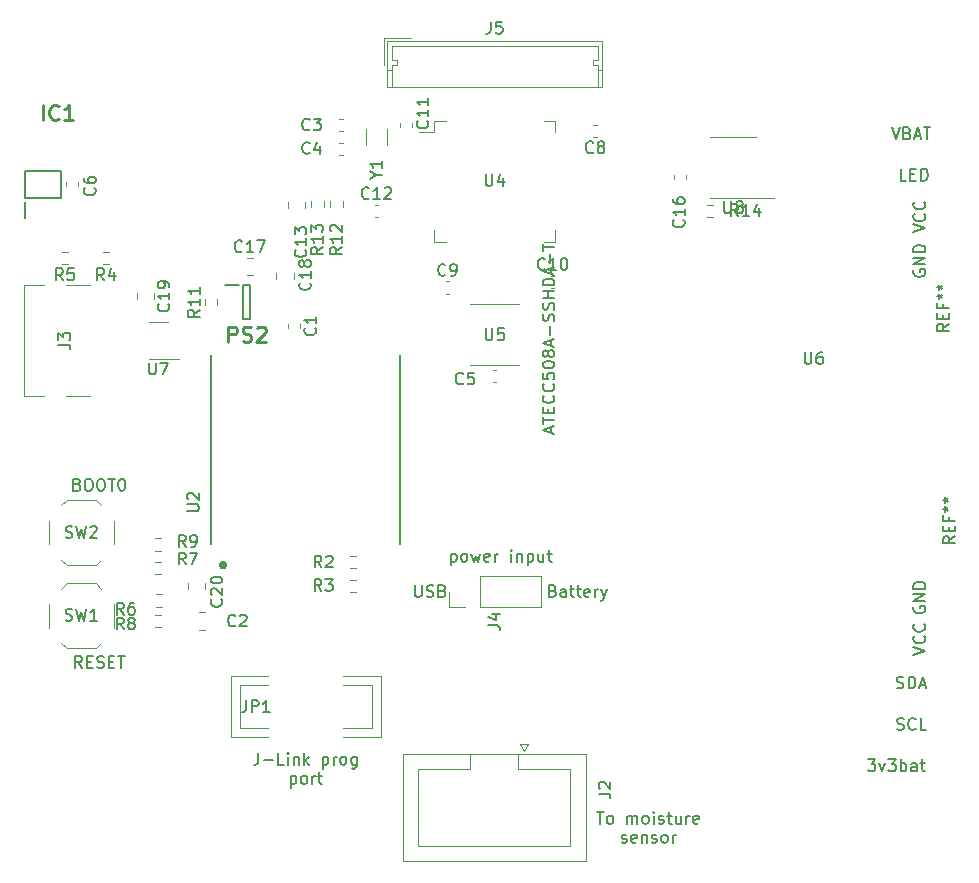
<source format=gbr>
%TF.GenerationSoftware,KiCad,Pcbnew,5.99.0-unknown-36d11f745e~142~ubuntu20.04.1*%
%TF.CreationDate,2021-10-28T09:57:52+02:00*%
%TF.ProjectId,Main_PCB_2,4d61696e-5f50-4434-925f-322e6b696361,rev?*%
%TF.SameCoordinates,Original*%
%TF.FileFunction,Legend,Top*%
%TF.FilePolarity,Positive*%
%FSLAX46Y46*%
G04 Gerber Fmt 4.6, Leading zero omitted, Abs format (unit mm)*
G04 Created by KiCad (PCBNEW 5.99.0-unknown-36d11f745e~142~ubuntu20.04.1) date 2021-10-28 09:57:52*
%MOMM*%
%LPD*%
G01*
G04 APERTURE LIST*
%ADD10C,0.150000*%
%ADD11C,0.254000*%
%ADD12C,0.120000*%
%ADD13C,0.100000*%
%ADD14C,0.200000*%
%ADD15C,0.010000*%
G04 APERTURE END LIST*
D10*
X113928571Y-109928571D02*
X114071428Y-109976190D01*
X114119047Y-110023809D01*
X114166666Y-110119047D01*
X114166666Y-110261904D01*
X114119047Y-110357142D01*
X114071428Y-110404761D01*
X113976190Y-110452380D01*
X113595238Y-110452380D01*
X113595238Y-109452380D01*
X113928571Y-109452380D01*
X114023809Y-109500000D01*
X114071428Y-109547619D01*
X114119047Y-109642857D01*
X114119047Y-109738095D01*
X114071428Y-109833333D01*
X114023809Y-109880952D01*
X113928571Y-109928571D01*
X113595238Y-109928571D01*
X115023809Y-110452380D02*
X115023809Y-109928571D01*
X114976190Y-109833333D01*
X114880952Y-109785714D01*
X114690476Y-109785714D01*
X114595238Y-109833333D01*
X115023809Y-110404761D02*
X114928571Y-110452380D01*
X114690476Y-110452380D01*
X114595238Y-110404761D01*
X114547619Y-110309523D01*
X114547619Y-110214285D01*
X114595238Y-110119047D01*
X114690476Y-110071428D01*
X114928571Y-110071428D01*
X115023809Y-110023809D01*
X115357142Y-109785714D02*
X115738095Y-109785714D01*
X115500000Y-109452380D02*
X115500000Y-110309523D01*
X115547619Y-110404761D01*
X115642857Y-110452380D01*
X115738095Y-110452380D01*
X115928571Y-109785714D02*
X116309523Y-109785714D01*
X116071428Y-109452380D02*
X116071428Y-110309523D01*
X116119047Y-110404761D01*
X116214285Y-110452380D01*
X116309523Y-110452380D01*
X117023809Y-110404761D02*
X116928571Y-110452380D01*
X116738095Y-110452380D01*
X116642857Y-110404761D01*
X116595238Y-110309523D01*
X116595238Y-109928571D01*
X116642857Y-109833333D01*
X116738095Y-109785714D01*
X116928571Y-109785714D01*
X117023809Y-109833333D01*
X117071428Y-109928571D01*
X117071428Y-110023809D01*
X116595238Y-110119047D01*
X117500000Y-110452380D02*
X117500000Y-109785714D01*
X117500000Y-109976190D02*
X117547619Y-109880952D01*
X117595238Y-109833333D01*
X117690476Y-109785714D01*
X117785714Y-109785714D01*
X118023809Y-109785714D02*
X118261904Y-110452380D01*
X118500000Y-109785714D02*
X118261904Y-110452380D01*
X118166666Y-110690476D01*
X118119047Y-110738095D01*
X118023809Y-110785714D01*
X143857142Y-75202380D02*
X143380952Y-75202380D01*
X143380952Y-74202380D01*
X144190476Y-74678571D02*
X144523809Y-74678571D01*
X144666666Y-75202380D02*
X144190476Y-75202380D01*
X144190476Y-74202380D01*
X144666666Y-74202380D01*
X145095238Y-75202380D02*
X145095238Y-74202380D01*
X145333333Y-74202380D01*
X145476190Y-74250000D01*
X145571428Y-74345238D01*
X145619047Y-74440476D01*
X145666666Y-74630952D01*
X145666666Y-74773809D01*
X145619047Y-74964285D01*
X145571428Y-75059523D01*
X145476190Y-75154761D01*
X145333333Y-75202380D01*
X145095238Y-75202380D01*
X117642857Y-128647380D02*
X118214285Y-128647380D01*
X117928571Y-129647380D02*
X117928571Y-128647380D01*
X118690476Y-129647380D02*
X118595238Y-129599761D01*
X118547619Y-129552142D01*
X118500000Y-129456904D01*
X118500000Y-129171190D01*
X118547619Y-129075952D01*
X118595238Y-129028333D01*
X118690476Y-128980714D01*
X118833333Y-128980714D01*
X118928571Y-129028333D01*
X118976190Y-129075952D01*
X119023809Y-129171190D01*
X119023809Y-129456904D01*
X118976190Y-129552142D01*
X118928571Y-129599761D01*
X118833333Y-129647380D01*
X118690476Y-129647380D01*
X120214285Y-129647380D02*
X120214285Y-128980714D01*
X120214285Y-129075952D02*
X120261904Y-129028333D01*
X120357142Y-128980714D01*
X120500000Y-128980714D01*
X120595238Y-129028333D01*
X120642857Y-129123571D01*
X120642857Y-129647380D01*
X120642857Y-129123571D02*
X120690476Y-129028333D01*
X120785714Y-128980714D01*
X120928571Y-128980714D01*
X121023809Y-129028333D01*
X121071428Y-129123571D01*
X121071428Y-129647380D01*
X121690476Y-129647380D02*
X121595238Y-129599761D01*
X121547619Y-129552142D01*
X121500000Y-129456904D01*
X121500000Y-129171190D01*
X121547619Y-129075952D01*
X121595238Y-129028333D01*
X121690476Y-128980714D01*
X121833333Y-128980714D01*
X121928571Y-129028333D01*
X121976190Y-129075952D01*
X122023809Y-129171190D01*
X122023809Y-129456904D01*
X121976190Y-129552142D01*
X121928571Y-129599761D01*
X121833333Y-129647380D01*
X121690476Y-129647380D01*
X122452380Y-129647380D02*
X122452380Y-128980714D01*
X122452380Y-128647380D02*
X122404761Y-128695000D01*
X122452380Y-128742619D01*
X122500000Y-128695000D01*
X122452380Y-128647380D01*
X122452380Y-128742619D01*
X122880952Y-129599761D02*
X122976190Y-129647380D01*
X123166666Y-129647380D01*
X123261904Y-129599761D01*
X123309523Y-129504523D01*
X123309523Y-129456904D01*
X123261904Y-129361666D01*
X123166666Y-129314047D01*
X123023809Y-129314047D01*
X122928571Y-129266428D01*
X122880952Y-129171190D01*
X122880952Y-129123571D01*
X122928571Y-129028333D01*
X123023809Y-128980714D01*
X123166666Y-128980714D01*
X123261904Y-129028333D01*
X123595238Y-128980714D02*
X123976190Y-128980714D01*
X123738095Y-128647380D02*
X123738095Y-129504523D01*
X123785714Y-129599761D01*
X123880952Y-129647380D01*
X123976190Y-129647380D01*
X124738095Y-128980714D02*
X124738095Y-129647380D01*
X124309523Y-128980714D02*
X124309523Y-129504523D01*
X124357142Y-129599761D01*
X124452380Y-129647380D01*
X124595238Y-129647380D01*
X124690476Y-129599761D01*
X124738095Y-129552142D01*
X125214285Y-129647380D02*
X125214285Y-128980714D01*
X125214285Y-129171190D02*
X125261904Y-129075952D01*
X125309523Y-129028333D01*
X125404761Y-128980714D01*
X125500000Y-128980714D01*
X126214285Y-129599761D02*
X126119047Y-129647380D01*
X125928571Y-129647380D01*
X125833333Y-129599761D01*
X125785714Y-129504523D01*
X125785714Y-129123571D01*
X125833333Y-129028333D01*
X125928571Y-128980714D01*
X126119047Y-128980714D01*
X126214285Y-129028333D01*
X126261904Y-129123571D01*
X126261904Y-129218809D01*
X125785714Y-129314047D01*
X119738095Y-131209761D02*
X119833333Y-131257380D01*
X120023809Y-131257380D01*
X120119047Y-131209761D01*
X120166666Y-131114523D01*
X120166666Y-131066904D01*
X120119047Y-130971666D01*
X120023809Y-130924047D01*
X119880952Y-130924047D01*
X119785714Y-130876428D01*
X119738095Y-130781190D01*
X119738095Y-130733571D01*
X119785714Y-130638333D01*
X119880952Y-130590714D01*
X120023809Y-130590714D01*
X120119047Y-130638333D01*
X120976190Y-131209761D02*
X120880952Y-131257380D01*
X120690476Y-131257380D01*
X120595238Y-131209761D01*
X120547619Y-131114523D01*
X120547619Y-130733571D01*
X120595238Y-130638333D01*
X120690476Y-130590714D01*
X120880952Y-130590714D01*
X120976190Y-130638333D01*
X121023809Y-130733571D01*
X121023809Y-130828809D01*
X120547619Y-130924047D01*
X121452380Y-130590714D02*
X121452380Y-131257380D01*
X121452380Y-130685952D02*
X121500000Y-130638333D01*
X121595238Y-130590714D01*
X121738095Y-130590714D01*
X121833333Y-130638333D01*
X121880952Y-130733571D01*
X121880952Y-131257380D01*
X122309523Y-131209761D02*
X122404761Y-131257380D01*
X122595238Y-131257380D01*
X122690476Y-131209761D01*
X122738095Y-131114523D01*
X122738095Y-131066904D01*
X122690476Y-130971666D01*
X122595238Y-130924047D01*
X122452380Y-130924047D01*
X122357142Y-130876428D01*
X122309523Y-130781190D01*
X122309523Y-130733571D01*
X122357142Y-130638333D01*
X122452380Y-130590714D01*
X122595238Y-130590714D01*
X122690476Y-130638333D01*
X123309523Y-131257380D02*
X123214285Y-131209761D01*
X123166666Y-131162142D01*
X123119047Y-131066904D01*
X123119047Y-130781190D01*
X123166666Y-130685952D01*
X123214285Y-130638333D01*
X123309523Y-130590714D01*
X123452380Y-130590714D01*
X123547619Y-130638333D01*
X123595238Y-130685952D01*
X123642857Y-130781190D01*
X123642857Y-131066904D01*
X123595238Y-131162142D01*
X123547619Y-131209761D01*
X123452380Y-131257380D01*
X123309523Y-131257380D01*
X124071428Y-131257380D02*
X124071428Y-130590714D01*
X124071428Y-130781190D02*
X124119047Y-130685952D01*
X124166666Y-130638333D01*
X124261904Y-130590714D01*
X124357142Y-130590714D01*
X144452380Y-79583333D02*
X145452380Y-79250000D01*
X144452380Y-78916666D01*
X145357142Y-78011904D02*
X145404761Y-78059523D01*
X145452380Y-78202380D01*
X145452380Y-78297619D01*
X145404761Y-78440476D01*
X145309523Y-78535714D01*
X145214285Y-78583333D01*
X145023809Y-78630952D01*
X144880952Y-78630952D01*
X144690476Y-78583333D01*
X144595238Y-78535714D01*
X144500000Y-78440476D01*
X144452380Y-78297619D01*
X144452380Y-78202380D01*
X144500000Y-78059523D01*
X144547619Y-78011904D01*
X145357142Y-77011904D02*
X145404761Y-77059523D01*
X145452380Y-77202380D01*
X145452380Y-77297619D01*
X145404761Y-77440476D01*
X145309523Y-77535714D01*
X145214285Y-77583333D01*
X145023809Y-77630952D01*
X144880952Y-77630952D01*
X144690476Y-77583333D01*
X144595238Y-77535714D01*
X144500000Y-77440476D01*
X144452380Y-77297619D01*
X144452380Y-77202380D01*
X144500000Y-77059523D01*
X144547619Y-77011904D01*
X143035714Y-118154761D02*
X143178571Y-118202380D01*
X143416666Y-118202380D01*
X143511904Y-118154761D01*
X143559523Y-118107142D01*
X143607142Y-118011904D01*
X143607142Y-117916666D01*
X143559523Y-117821428D01*
X143511904Y-117773809D01*
X143416666Y-117726190D01*
X143226190Y-117678571D01*
X143130952Y-117630952D01*
X143083333Y-117583333D01*
X143035714Y-117488095D01*
X143035714Y-117392857D01*
X143083333Y-117297619D01*
X143130952Y-117250000D01*
X143226190Y-117202380D01*
X143464285Y-117202380D01*
X143607142Y-117250000D01*
X144035714Y-118202380D02*
X144035714Y-117202380D01*
X144273809Y-117202380D01*
X144416666Y-117250000D01*
X144511904Y-117345238D01*
X144559523Y-117440476D01*
X144607142Y-117630952D01*
X144607142Y-117773809D01*
X144559523Y-117964285D01*
X144511904Y-118059523D01*
X144416666Y-118154761D01*
X144273809Y-118202380D01*
X144035714Y-118202380D01*
X144988095Y-117916666D02*
X145464285Y-117916666D01*
X144892857Y-118202380D02*
X145226190Y-117202380D01*
X145559523Y-118202380D01*
X144500000Y-111261904D02*
X144452380Y-111357142D01*
X144452380Y-111500000D01*
X144500000Y-111642857D01*
X144595238Y-111738095D01*
X144690476Y-111785714D01*
X144880952Y-111833333D01*
X145023809Y-111833333D01*
X145214285Y-111785714D01*
X145309523Y-111738095D01*
X145404761Y-111642857D01*
X145452380Y-111500000D01*
X145452380Y-111404761D01*
X145404761Y-111261904D01*
X145357142Y-111214285D01*
X145023809Y-111214285D01*
X145023809Y-111404761D01*
X145452380Y-110785714D02*
X144452380Y-110785714D01*
X145452380Y-110214285D01*
X144452380Y-110214285D01*
X145452380Y-109738095D02*
X144452380Y-109738095D01*
X144452380Y-109500000D01*
X144500000Y-109357142D01*
X144595238Y-109261904D01*
X144690476Y-109214285D01*
X144880952Y-109166666D01*
X145023809Y-109166666D01*
X145214285Y-109214285D01*
X145309523Y-109261904D01*
X145404761Y-109357142D01*
X145452380Y-109500000D01*
X145452380Y-109738095D01*
X74047619Y-116452380D02*
X73714285Y-115976190D01*
X73476190Y-116452380D02*
X73476190Y-115452380D01*
X73857142Y-115452380D01*
X73952380Y-115500000D01*
X74000000Y-115547619D01*
X74047619Y-115642857D01*
X74047619Y-115785714D01*
X74000000Y-115880952D01*
X73952380Y-115928571D01*
X73857142Y-115976190D01*
X73476190Y-115976190D01*
X74476190Y-115928571D02*
X74809523Y-115928571D01*
X74952380Y-116452380D02*
X74476190Y-116452380D01*
X74476190Y-115452380D01*
X74952380Y-115452380D01*
X75333333Y-116404761D02*
X75476190Y-116452380D01*
X75714285Y-116452380D01*
X75809523Y-116404761D01*
X75857142Y-116357142D01*
X75904761Y-116261904D01*
X75904761Y-116166666D01*
X75857142Y-116071428D01*
X75809523Y-116023809D01*
X75714285Y-115976190D01*
X75523809Y-115928571D01*
X75428571Y-115880952D01*
X75380952Y-115833333D01*
X75333333Y-115738095D01*
X75333333Y-115642857D01*
X75380952Y-115547619D01*
X75428571Y-115500000D01*
X75523809Y-115452380D01*
X75761904Y-115452380D01*
X75904761Y-115500000D01*
X76333333Y-115928571D02*
X76666666Y-115928571D01*
X76809523Y-116452380D02*
X76333333Y-116452380D01*
X76333333Y-115452380D01*
X76809523Y-115452380D01*
X77095238Y-115452380D02*
X77666666Y-115452380D01*
X77380952Y-116452380D02*
X77380952Y-115452380D01*
X144452380Y-115333333D02*
X145452380Y-115000000D01*
X144452380Y-114666666D01*
X145357142Y-113761904D02*
X145404761Y-113809523D01*
X145452380Y-113952380D01*
X145452380Y-114047619D01*
X145404761Y-114190476D01*
X145309523Y-114285714D01*
X145214285Y-114333333D01*
X145023809Y-114380952D01*
X144880952Y-114380952D01*
X144690476Y-114333333D01*
X144595238Y-114285714D01*
X144500000Y-114190476D01*
X144452380Y-114047619D01*
X144452380Y-113952380D01*
X144500000Y-113809523D01*
X144547619Y-113761904D01*
X145357142Y-112761904D02*
X145404761Y-112809523D01*
X145452380Y-112952380D01*
X145452380Y-113047619D01*
X145404761Y-113190476D01*
X145309523Y-113285714D01*
X145214285Y-113333333D01*
X145023809Y-113380952D01*
X144880952Y-113380952D01*
X144690476Y-113333333D01*
X144595238Y-113285714D01*
X144500000Y-113190476D01*
X144452380Y-113047619D01*
X144452380Y-112952380D01*
X144500000Y-112809523D01*
X144547619Y-112761904D01*
X88976190Y-123647380D02*
X88976190Y-124361666D01*
X88928571Y-124504523D01*
X88833333Y-124599761D01*
X88690476Y-124647380D01*
X88595238Y-124647380D01*
X89452380Y-124266428D02*
X90214285Y-124266428D01*
X91166666Y-124647380D02*
X90690476Y-124647380D01*
X90690476Y-123647380D01*
X91500000Y-124647380D02*
X91500000Y-123980714D01*
X91500000Y-123647380D02*
X91452380Y-123695000D01*
X91500000Y-123742619D01*
X91547619Y-123695000D01*
X91500000Y-123647380D01*
X91500000Y-123742619D01*
X91976190Y-123980714D02*
X91976190Y-124647380D01*
X91976190Y-124075952D02*
X92023809Y-124028333D01*
X92119047Y-123980714D01*
X92261904Y-123980714D01*
X92357142Y-124028333D01*
X92404761Y-124123571D01*
X92404761Y-124647380D01*
X92880952Y-124647380D02*
X92880952Y-123647380D01*
X92976190Y-124266428D02*
X93261904Y-124647380D01*
X93261904Y-123980714D02*
X92880952Y-124361666D01*
X94452380Y-123980714D02*
X94452380Y-124980714D01*
X94452380Y-124028333D02*
X94547619Y-123980714D01*
X94738095Y-123980714D01*
X94833333Y-124028333D01*
X94880952Y-124075952D01*
X94928571Y-124171190D01*
X94928571Y-124456904D01*
X94880952Y-124552142D01*
X94833333Y-124599761D01*
X94738095Y-124647380D01*
X94547619Y-124647380D01*
X94452380Y-124599761D01*
X95357142Y-124647380D02*
X95357142Y-123980714D01*
X95357142Y-124171190D02*
X95404761Y-124075952D01*
X95452380Y-124028333D01*
X95547619Y-123980714D01*
X95642857Y-123980714D01*
X96119047Y-124647380D02*
X96023809Y-124599761D01*
X95976190Y-124552142D01*
X95928571Y-124456904D01*
X95928571Y-124171190D01*
X95976190Y-124075952D01*
X96023809Y-124028333D01*
X96119047Y-123980714D01*
X96261904Y-123980714D01*
X96357142Y-124028333D01*
X96404761Y-124075952D01*
X96452380Y-124171190D01*
X96452380Y-124456904D01*
X96404761Y-124552142D01*
X96357142Y-124599761D01*
X96261904Y-124647380D01*
X96119047Y-124647380D01*
X97309523Y-123980714D02*
X97309523Y-124790238D01*
X97261904Y-124885476D01*
X97214285Y-124933095D01*
X97119047Y-124980714D01*
X96976190Y-124980714D01*
X96880952Y-124933095D01*
X97309523Y-124599761D02*
X97214285Y-124647380D01*
X97023809Y-124647380D01*
X96928571Y-124599761D01*
X96880952Y-124552142D01*
X96833333Y-124456904D01*
X96833333Y-124171190D01*
X96880952Y-124075952D01*
X96928571Y-124028333D01*
X97023809Y-123980714D01*
X97214285Y-123980714D01*
X97309523Y-124028333D01*
X91738095Y-125590714D02*
X91738095Y-126590714D01*
X91738095Y-125638333D02*
X91833333Y-125590714D01*
X92023809Y-125590714D01*
X92119047Y-125638333D01*
X92166666Y-125685952D01*
X92214285Y-125781190D01*
X92214285Y-126066904D01*
X92166666Y-126162142D01*
X92119047Y-126209761D01*
X92023809Y-126257380D01*
X91833333Y-126257380D01*
X91738095Y-126209761D01*
X92785714Y-126257380D02*
X92690476Y-126209761D01*
X92642857Y-126162142D01*
X92595238Y-126066904D01*
X92595238Y-125781190D01*
X92642857Y-125685952D01*
X92690476Y-125638333D01*
X92785714Y-125590714D01*
X92928571Y-125590714D01*
X93023809Y-125638333D01*
X93071428Y-125685952D01*
X93119047Y-125781190D01*
X93119047Y-126066904D01*
X93071428Y-126162142D01*
X93023809Y-126209761D01*
X92928571Y-126257380D01*
X92785714Y-126257380D01*
X93547619Y-126257380D02*
X93547619Y-125590714D01*
X93547619Y-125781190D02*
X93595238Y-125685952D01*
X93642857Y-125638333D01*
X93738095Y-125590714D01*
X93833333Y-125590714D01*
X94023809Y-125590714D02*
X94404761Y-125590714D01*
X94166666Y-125257380D02*
X94166666Y-126114523D01*
X94214285Y-126209761D01*
X94309523Y-126257380D01*
X94404761Y-126257380D01*
X102238095Y-109452380D02*
X102238095Y-110261904D01*
X102285714Y-110357142D01*
X102333333Y-110404761D01*
X102428571Y-110452380D01*
X102619047Y-110452380D01*
X102714285Y-110404761D01*
X102761904Y-110357142D01*
X102809523Y-110261904D01*
X102809523Y-109452380D01*
X103238095Y-110404761D02*
X103380952Y-110452380D01*
X103619047Y-110452380D01*
X103714285Y-110404761D01*
X103761904Y-110357142D01*
X103809523Y-110261904D01*
X103809523Y-110166666D01*
X103761904Y-110071428D01*
X103714285Y-110023809D01*
X103619047Y-109976190D01*
X103428571Y-109928571D01*
X103333333Y-109880952D01*
X103285714Y-109833333D01*
X103238095Y-109738095D01*
X103238095Y-109642857D01*
X103285714Y-109547619D01*
X103333333Y-109500000D01*
X103428571Y-109452380D01*
X103666666Y-109452380D01*
X103809523Y-109500000D01*
X104571428Y-109928571D02*
X104714285Y-109976190D01*
X104761904Y-110023809D01*
X104809523Y-110119047D01*
X104809523Y-110261904D01*
X104761904Y-110357142D01*
X104714285Y-110404761D01*
X104619047Y-110452380D01*
X104238095Y-110452380D01*
X104238095Y-109452380D01*
X104571428Y-109452380D01*
X104666666Y-109500000D01*
X104714285Y-109547619D01*
X104761904Y-109642857D01*
X104761904Y-109738095D01*
X104714285Y-109833333D01*
X104666666Y-109880952D01*
X104571428Y-109928571D01*
X104238095Y-109928571D01*
X144500000Y-82761904D02*
X144452380Y-82857142D01*
X144452380Y-83000000D01*
X144500000Y-83142857D01*
X144595238Y-83238095D01*
X144690476Y-83285714D01*
X144880952Y-83333333D01*
X145023809Y-83333333D01*
X145214285Y-83285714D01*
X145309523Y-83238095D01*
X145404761Y-83142857D01*
X145452380Y-83000000D01*
X145452380Y-82904761D01*
X145404761Y-82761904D01*
X145357142Y-82714285D01*
X145023809Y-82714285D01*
X145023809Y-82904761D01*
X145452380Y-82285714D02*
X144452380Y-82285714D01*
X145452380Y-81714285D01*
X144452380Y-81714285D01*
X145452380Y-81238095D02*
X144452380Y-81238095D01*
X144452380Y-81000000D01*
X144500000Y-80857142D01*
X144595238Y-80761904D01*
X144690476Y-80714285D01*
X144880952Y-80666666D01*
X145023809Y-80666666D01*
X145214285Y-80714285D01*
X145309523Y-80761904D01*
X145404761Y-80857142D01*
X145452380Y-81000000D01*
X145452380Y-81238095D01*
X143059523Y-121654761D02*
X143202380Y-121702380D01*
X143440476Y-121702380D01*
X143535714Y-121654761D01*
X143583333Y-121607142D01*
X143630952Y-121511904D01*
X143630952Y-121416666D01*
X143583333Y-121321428D01*
X143535714Y-121273809D01*
X143440476Y-121226190D01*
X143250000Y-121178571D01*
X143154761Y-121130952D01*
X143107142Y-121083333D01*
X143059523Y-120988095D01*
X143059523Y-120892857D01*
X143107142Y-120797619D01*
X143154761Y-120750000D01*
X143250000Y-120702380D01*
X143488095Y-120702380D01*
X143630952Y-120750000D01*
X144630952Y-121607142D02*
X144583333Y-121654761D01*
X144440476Y-121702380D01*
X144345238Y-121702380D01*
X144202380Y-121654761D01*
X144107142Y-121559523D01*
X144059523Y-121464285D01*
X144011904Y-121273809D01*
X144011904Y-121130952D01*
X144059523Y-120940476D01*
X144107142Y-120845238D01*
X144202380Y-120750000D01*
X144345238Y-120702380D01*
X144440476Y-120702380D01*
X144583333Y-120750000D01*
X144630952Y-120797619D01*
X145535714Y-121702380D02*
X145059523Y-121702380D01*
X145059523Y-120702380D01*
X105309523Y-106785714D02*
X105309523Y-107785714D01*
X105309523Y-106833333D02*
X105404761Y-106785714D01*
X105595238Y-106785714D01*
X105690476Y-106833333D01*
X105738095Y-106880952D01*
X105785714Y-106976190D01*
X105785714Y-107261904D01*
X105738095Y-107357142D01*
X105690476Y-107404761D01*
X105595238Y-107452380D01*
X105404761Y-107452380D01*
X105309523Y-107404761D01*
X106357142Y-107452380D02*
X106261904Y-107404761D01*
X106214285Y-107357142D01*
X106166666Y-107261904D01*
X106166666Y-106976190D01*
X106214285Y-106880952D01*
X106261904Y-106833333D01*
X106357142Y-106785714D01*
X106500000Y-106785714D01*
X106595238Y-106833333D01*
X106642857Y-106880952D01*
X106690476Y-106976190D01*
X106690476Y-107261904D01*
X106642857Y-107357142D01*
X106595238Y-107404761D01*
X106500000Y-107452380D01*
X106357142Y-107452380D01*
X107023809Y-106785714D02*
X107214285Y-107452380D01*
X107404761Y-106976190D01*
X107595238Y-107452380D01*
X107785714Y-106785714D01*
X108547619Y-107404761D02*
X108452380Y-107452380D01*
X108261904Y-107452380D01*
X108166666Y-107404761D01*
X108119047Y-107309523D01*
X108119047Y-106928571D01*
X108166666Y-106833333D01*
X108261904Y-106785714D01*
X108452380Y-106785714D01*
X108547619Y-106833333D01*
X108595238Y-106928571D01*
X108595238Y-107023809D01*
X108119047Y-107119047D01*
X109023809Y-107452380D02*
X109023809Y-106785714D01*
X109023809Y-106976190D02*
X109071428Y-106880952D01*
X109119047Y-106833333D01*
X109214285Y-106785714D01*
X109309523Y-106785714D01*
X110404761Y-107452380D02*
X110404761Y-106785714D01*
X110404761Y-106452380D02*
X110357142Y-106500000D01*
X110404761Y-106547619D01*
X110452380Y-106500000D01*
X110404761Y-106452380D01*
X110404761Y-106547619D01*
X110880952Y-106785714D02*
X110880952Y-107452380D01*
X110880952Y-106880952D02*
X110928571Y-106833333D01*
X111023809Y-106785714D01*
X111166666Y-106785714D01*
X111261904Y-106833333D01*
X111309523Y-106928571D01*
X111309523Y-107452380D01*
X111785714Y-106785714D02*
X111785714Y-107785714D01*
X111785714Y-106833333D02*
X111880952Y-106785714D01*
X112071428Y-106785714D01*
X112166666Y-106833333D01*
X112214285Y-106880952D01*
X112261904Y-106976190D01*
X112261904Y-107261904D01*
X112214285Y-107357142D01*
X112166666Y-107404761D01*
X112071428Y-107452380D01*
X111880952Y-107452380D01*
X111785714Y-107404761D01*
X113119047Y-106785714D02*
X113119047Y-107452380D01*
X112690476Y-106785714D02*
X112690476Y-107309523D01*
X112738095Y-107404761D01*
X112833333Y-107452380D01*
X112976190Y-107452380D01*
X113071428Y-107404761D01*
X113119047Y-107357142D01*
X113452380Y-106785714D02*
X113833333Y-106785714D01*
X113595238Y-106452380D02*
X113595238Y-107309523D01*
X113642857Y-107404761D01*
X113738095Y-107452380D01*
X113833333Y-107452380D01*
X142607142Y-70702380D02*
X142940476Y-71702380D01*
X143273809Y-70702380D01*
X143940476Y-71178571D02*
X144083333Y-71226190D01*
X144130952Y-71273809D01*
X144178571Y-71369047D01*
X144178571Y-71511904D01*
X144130952Y-71607142D01*
X144083333Y-71654761D01*
X143988095Y-71702380D01*
X143607142Y-71702380D01*
X143607142Y-70702380D01*
X143940476Y-70702380D01*
X144035714Y-70750000D01*
X144083333Y-70797619D01*
X144130952Y-70892857D01*
X144130952Y-70988095D01*
X144083333Y-71083333D01*
X144035714Y-71130952D01*
X143940476Y-71178571D01*
X143607142Y-71178571D01*
X144559523Y-71416666D02*
X145035714Y-71416666D01*
X144464285Y-71702380D02*
X144797619Y-70702380D01*
X145130952Y-71702380D01*
X145321428Y-70702380D02*
X145892857Y-70702380D01*
X145607142Y-71702380D02*
X145607142Y-70702380D01*
X140619047Y-124202380D02*
X141238095Y-124202380D01*
X140904761Y-124583333D01*
X141047619Y-124583333D01*
X141142857Y-124630952D01*
X141190476Y-124678571D01*
X141238095Y-124773809D01*
X141238095Y-125011904D01*
X141190476Y-125107142D01*
X141142857Y-125154761D01*
X141047619Y-125202380D01*
X140761904Y-125202380D01*
X140666666Y-125154761D01*
X140619047Y-125107142D01*
X141571428Y-124535714D02*
X141809523Y-125202380D01*
X142047619Y-124535714D01*
X142333333Y-124202380D02*
X142952380Y-124202380D01*
X142619047Y-124583333D01*
X142761904Y-124583333D01*
X142857142Y-124630952D01*
X142904761Y-124678571D01*
X142952380Y-124773809D01*
X142952380Y-125011904D01*
X142904761Y-125107142D01*
X142857142Y-125154761D01*
X142761904Y-125202380D01*
X142476190Y-125202380D01*
X142380952Y-125154761D01*
X142333333Y-125107142D01*
X143380952Y-125202380D02*
X143380952Y-124202380D01*
X143380952Y-124583333D02*
X143476190Y-124535714D01*
X143666666Y-124535714D01*
X143761904Y-124583333D01*
X143809523Y-124630952D01*
X143857142Y-124726190D01*
X143857142Y-125011904D01*
X143809523Y-125107142D01*
X143761904Y-125154761D01*
X143666666Y-125202380D01*
X143476190Y-125202380D01*
X143380952Y-125154761D01*
X144714285Y-125202380D02*
X144714285Y-124678571D01*
X144666666Y-124583333D01*
X144571428Y-124535714D01*
X144380952Y-124535714D01*
X144285714Y-124583333D01*
X144714285Y-125154761D02*
X144619047Y-125202380D01*
X144380952Y-125202380D01*
X144285714Y-125154761D01*
X144238095Y-125059523D01*
X144238095Y-124964285D01*
X144285714Y-124869047D01*
X144380952Y-124821428D01*
X144619047Y-124821428D01*
X144714285Y-124773809D01*
X145047619Y-124535714D02*
X145428571Y-124535714D01*
X145190476Y-124202380D02*
X145190476Y-125059523D01*
X145238095Y-125154761D01*
X145333333Y-125202380D01*
X145428571Y-125202380D01*
X73666666Y-100928571D02*
X73809523Y-100976190D01*
X73857142Y-101023809D01*
X73904761Y-101119047D01*
X73904761Y-101261904D01*
X73857142Y-101357142D01*
X73809523Y-101404761D01*
X73714285Y-101452380D01*
X73333333Y-101452380D01*
X73333333Y-100452380D01*
X73666666Y-100452380D01*
X73761904Y-100500000D01*
X73809523Y-100547619D01*
X73857142Y-100642857D01*
X73857142Y-100738095D01*
X73809523Y-100833333D01*
X73761904Y-100880952D01*
X73666666Y-100928571D01*
X73333333Y-100928571D01*
X74523809Y-100452380D02*
X74714285Y-100452380D01*
X74809523Y-100500000D01*
X74904761Y-100595238D01*
X74952380Y-100785714D01*
X74952380Y-101119047D01*
X74904761Y-101309523D01*
X74809523Y-101404761D01*
X74714285Y-101452380D01*
X74523809Y-101452380D01*
X74428571Y-101404761D01*
X74333333Y-101309523D01*
X74285714Y-101119047D01*
X74285714Y-100785714D01*
X74333333Y-100595238D01*
X74428571Y-100500000D01*
X74523809Y-100452380D01*
X75571428Y-100452380D02*
X75761904Y-100452380D01*
X75857142Y-100500000D01*
X75952380Y-100595238D01*
X76000000Y-100785714D01*
X76000000Y-101119047D01*
X75952380Y-101309523D01*
X75857142Y-101404761D01*
X75761904Y-101452380D01*
X75571428Y-101452380D01*
X75476190Y-101404761D01*
X75380952Y-101309523D01*
X75333333Y-101119047D01*
X75333333Y-100785714D01*
X75380952Y-100595238D01*
X75476190Y-100500000D01*
X75571428Y-100452380D01*
X76285714Y-100452380D02*
X76857142Y-100452380D01*
X76571428Y-101452380D02*
X76571428Y-100452380D01*
X77380952Y-100452380D02*
X77476190Y-100452380D01*
X77571428Y-100500000D01*
X77619047Y-100547619D01*
X77666666Y-100642857D01*
X77714285Y-100833333D01*
X77714285Y-101071428D01*
X77666666Y-101261904D01*
X77619047Y-101357142D01*
X77571428Y-101404761D01*
X77476190Y-101452380D01*
X77380952Y-101452380D01*
X77285714Y-101404761D01*
X77238095Y-101357142D01*
X77190476Y-101261904D01*
X77142857Y-101071428D01*
X77142857Y-100833333D01*
X77190476Y-100642857D01*
X77238095Y-100547619D01*
X77285714Y-100500000D01*
X77380952Y-100452380D01*
%TO.C,C19*%
X81357142Y-85642857D02*
X81404761Y-85690476D01*
X81452380Y-85833333D01*
X81452380Y-85928571D01*
X81404761Y-86071428D01*
X81309523Y-86166666D01*
X81214285Y-86214285D01*
X81023809Y-86261904D01*
X80880952Y-86261904D01*
X80690476Y-86214285D01*
X80595238Y-86166666D01*
X80500000Y-86071428D01*
X80452380Y-85928571D01*
X80452380Y-85833333D01*
X80500000Y-85690476D01*
X80547619Y-85642857D01*
X81452380Y-84690476D02*
X81452380Y-85261904D01*
X81452380Y-84976190D02*
X80452380Y-84976190D01*
X80595238Y-85071428D01*
X80690476Y-85166666D01*
X80738095Y-85261904D01*
X81452380Y-84214285D02*
X81452380Y-84023809D01*
X81404761Y-83928571D01*
X81357142Y-83880952D01*
X81214285Y-83785714D01*
X81023809Y-83738095D01*
X80642857Y-83738095D01*
X80547619Y-83785714D01*
X80500000Y-83833333D01*
X80452380Y-83928571D01*
X80452380Y-84119047D01*
X80500000Y-84214285D01*
X80547619Y-84261904D01*
X80642857Y-84309523D01*
X80880952Y-84309523D01*
X80976190Y-84261904D01*
X81023809Y-84214285D01*
X81071428Y-84119047D01*
X81071428Y-83928571D01*
X81023809Y-83833333D01*
X80976190Y-83785714D01*
X80880952Y-83738095D01*
%TO.C,U7*%
X79738095Y-90602380D02*
X79738095Y-91411904D01*
X79785714Y-91507142D01*
X79833333Y-91554761D01*
X79928571Y-91602380D01*
X80119047Y-91602380D01*
X80214285Y-91554761D01*
X80261904Y-91507142D01*
X80309523Y-91411904D01*
X80309523Y-90602380D01*
X80690476Y-90602380D02*
X81357142Y-90602380D01*
X80928571Y-91602380D01*
%TO.C,C6*%
X75107142Y-75812933D02*
X75154761Y-75860552D01*
X75202380Y-76003409D01*
X75202380Y-76098647D01*
X75154761Y-76241505D01*
X75059523Y-76336743D01*
X74964285Y-76384362D01*
X74773809Y-76431981D01*
X74630952Y-76431981D01*
X74440476Y-76384362D01*
X74345238Y-76336743D01*
X74250000Y-76241505D01*
X74202380Y-76098647D01*
X74202380Y-76003409D01*
X74250000Y-75860552D01*
X74297619Y-75812933D01*
X74202380Y-74955790D02*
X74202380Y-75146267D01*
X74250000Y-75241505D01*
X74297619Y-75289124D01*
X74440476Y-75384362D01*
X74630952Y-75431981D01*
X75011904Y-75431981D01*
X75107142Y-75384362D01*
X75154761Y-75336743D01*
X75202380Y-75241505D01*
X75202380Y-75051028D01*
X75154761Y-74955790D01*
X75107142Y-74908171D01*
X75011904Y-74860552D01*
X74773809Y-74860552D01*
X74678571Y-74908171D01*
X74630952Y-74955790D01*
X74583333Y-75051028D01*
X74583333Y-75241505D01*
X74630952Y-75336743D01*
X74678571Y-75384362D01*
X74773809Y-75431981D01*
%TO.C,C8*%
X117333333Y-72787142D02*
X117285714Y-72834761D01*
X117142857Y-72882380D01*
X117047619Y-72882380D01*
X116904761Y-72834761D01*
X116809523Y-72739523D01*
X116761904Y-72644285D01*
X116714285Y-72453809D01*
X116714285Y-72310952D01*
X116761904Y-72120476D01*
X116809523Y-72025238D01*
X116904761Y-71930000D01*
X117047619Y-71882380D01*
X117142857Y-71882380D01*
X117285714Y-71930000D01*
X117333333Y-71977619D01*
X117904761Y-72310952D02*
X117809523Y-72263333D01*
X117761904Y-72215714D01*
X117714285Y-72120476D01*
X117714285Y-72072857D01*
X117761904Y-71977619D01*
X117809523Y-71930000D01*
X117904761Y-71882380D01*
X118095238Y-71882380D01*
X118190476Y-71930000D01*
X118238095Y-71977619D01*
X118285714Y-72072857D01*
X118285714Y-72120476D01*
X118238095Y-72215714D01*
X118190476Y-72263333D01*
X118095238Y-72310952D01*
X117904761Y-72310952D01*
X117809523Y-72358571D01*
X117761904Y-72406190D01*
X117714285Y-72501428D01*
X117714285Y-72691904D01*
X117761904Y-72787142D01*
X117809523Y-72834761D01*
X117904761Y-72882380D01*
X118095238Y-72882380D01*
X118190476Y-72834761D01*
X118238095Y-72787142D01*
X118285714Y-72691904D01*
X118285714Y-72501428D01*
X118238095Y-72406190D01*
X118190476Y-72358571D01*
X118095238Y-72310952D01*
%TO.C,J2*%
X117802380Y-127103333D02*
X118516666Y-127103333D01*
X118659523Y-127150952D01*
X118754761Y-127246190D01*
X118802380Y-127389047D01*
X118802380Y-127484285D01*
X117897619Y-126674761D02*
X117850000Y-126627142D01*
X117802380Y-126531904D01*
X117802380Y-126293809D01*
X117850000Y-126198571D01*
X117897619Y-126150952D01*
X117992857Y-126103333D01*
X118088095Y-126103333D01*
X118230952Y-126150952D01*
X118802380Y-126722380D01*
X118802380Y-126103333D01*
%TO.C,R8*%
X77583333Y-113202380D02*
X77250000Y-112726190D01*
X77011904Y-113202380D02*
X77011904Y-112202380D01*
X77392857Y-112202380D01*
X77488095Y-112250000D01*
X77535714Y-112297619D01*
X77583333Y-112392857D01*
X77583333Y-112535714D01*
X77535714Y-112630952D01*
X77488095Y-112678571D01*
X77392857Y-112726190D01*
X77011904Y-112726190D01*
X78154761Y-112630952D02*
X78059523Y-112583333D01*
X78011904Y-112535714D01*
X77964285Y-112440476D01*
X77964285Y-112392857D01*
X78011904Y-112297619D01*
X78059523Y-112250000D01*
X78154761Y-112202380D01*
X78345238Y-112202380D01*
X78440476Y-112250000D01*
X78488095Y-112297619D01*
X78535714Y-112392857D01*
X78535714Y-112440476D01*
X78488095Y-112535714D01*
X78440476Y-112583333D01*
X78345238Y-112630952D01*
X78154761Y-112630952D01*
X78059523Y-112678571D01*
X78011904Y-112726190D01*
X77964285Y-112821428D01*
X77964285Y-113011904D01*
X78011904Y-113107142D01*
X78059523Y-113154761D01*
X78154761Y-113202380D01*
X78345238Y-113202380D01*
X78440476Y-113154761D01*
X78488095Y-113107142D01*
X78535714Y-113011904D01*
X78535714Y-112821428D01*
X78488095Y-112726190D01*
X78440476Y-112678571D01*
X78345238Y-112630952D01*
%TO.C,R14*%
X129607142Y-78202380D02*
X129273809Y-77726190D01*
X129035714Y-78202380D02*
X129035714Y-77202380D01*
X129416666Y-77202380D01*
X129511904Y-77250000D01*
X129559523Y-77297619D01*
X129607142Y-77392857D01*
X129607142Y-77535714D01*
X129559523Y-77630952D01*
X129511904Y-77678571D01*
X129416666Y-77726190D01*
X129035714Y-77726190D01*
X130559523Y-78202380D02*
X129988095Y-78202380D01*
X130273809Y-78202380D02*
X130273809Y-77202380D01*
X130178571Y-77345238D01*
X130083333Y-77440476D01*
X129988095Y-77488095D01*
X131416666Y-77535714D02*
X131416666Y-78202380D01*
X131178571Y-77154761D02*
X130940476Y-77869047D01*
X131559523Y-77869047D01*
%TO.C,R6*%
X77583333Y-111952380D02*
X77250000Y-111476190D01*
X77011904Y-111952380D02*
X77011904Y-110952380D01*
X77392857Y-110952380D01*
X77488095Y-111000000D01*
X77535714Y-111047619D01*
X77583333Y-111142857D01*
X77583333Y-111285714D01*
X77535714Y-111380952D01*
X77488095Y-111428571D01*
X77392857Y-111476190D01*
X77011904Y-111476190D01*
X78440476Y-110952380D02*
X78250000Y-110952380D01*
X78154761Y-111000000D01*
X78107142Y-111047619D01*
X78011904Y-111190476D01*
X77964285Y-111380952D01*
X77964285Y-111761904D01*
X78011904Y-111857142D01*
X78059523Y-111904761D01*
X78154761Y-111952380D01*
X78345238Y-111952380D01*
X78440476Y-111904761D01*
X78488095Y-111857142D01*
X78535714Y-111761904D01*
X78535714Y-111523809D01*
X78488095Y-111428571D01*
X78440476Y-111380952D01*
X78345238Y-111333333D01*
X78154761Y-111333333D01*
X78059523Y-111380952D01*
X78011904Y-111428571D01*
X77964285Y-111523809D01*
%TO.C,JP1*%
X87956226Y-119202091D02*
X87956226Y-119916754D01*
X87908582Y-120059687D01*
X87813294Y-120154975D01*
X87670361Y-120202619D01*
X87575073Y-120202619D01*
X88432668Y-120202619D02*
X88432668Y-119202091D01*
X88813822Y-119202091D01*
X88909110Y-119249736D01*
X88956754Y-119297380D01*
X89004398Y-119392668D01*
X89004398Y-119535601D01*
X88956754Y-119630889D01*
X88909110Y-119678533D01*
X88813822Y-119726177D01*
X88432668Y-119726177D01*
X89957282Y-120202619D02*
X89385552Y-120202619D01*
X89671417Y-120202619D02*
X89671417Y-119202091D01*
X89576129Y-119345024D01*
X89480840Y-119440312D01*
X89385552Y-119487956D01*
%TO.C,J3*%
X72062380Y-89083333D02*
X72776666Y-89083333D01*
X72919523Y-89130952D01*
X73014761Y-89226190D01*
X73062380Y-89369047D01*
X73062380Y-89464285D01*
X72062380Y-88702380D02*
X72062380Y-88083333D01*
X72443333Y-88416666D01*
X72443333Y-88273809D01*
X72490952Y-88178571D01*
X72538571Y-88130952D01*
X72633809Y-88083333D01*
X72871904Y-88083333D01*
X72967142Y-88130952D01*
X73014761Y-88178571D01*
X73062380Y-88273809D01*
X73062380Y-88559523D01*
X73014761Y-88654761D01*
X72967142Y-88702380D01*
%TO.C,R11*%
X84022380Y-86142857D02*
X83546190Y-86476190D01*
X84022380Y-86714285D02*
X83022380Y-86714285D01*
X83022380Y-86333333D01*
X83070000Y-86238095D01*
X83117619Y-86190476D01*
X83212857Y-86142857D01*
X83355714Y-86142857D01*
X83450952Y-86190476D01*
X83498571Y-86238095D01*
X83546190Y-86333333D01*
X83546190Y-86714285D01*
X84022380Y-85190476D02*
X84022380Y-85761904D01*
X84022380Y-85476190D02*
X83022380Y-85476190D01*
X83165238Y-85571428D01*
X83260476Y-85666666D01*
X83308095Y-85761904D01*
X84022380Y-84238095D02*
X84022380Y-84809523D01*
X84022380Y-84523809D02*
X83022380Y-84523809D01*
X83165238Y-84619047D01*
X83260476Y-84714285D01*
X83308095Y-84809523D01*
%TO.C,SW2*%
X72666666Y-105404761D02*
X72809523Y-105452380D01*
X73047619Y-105452380D01*
X73142857Y-105404761D01*
X73190476Y-105357142D01*
X73238095Y-105261904D01*
X73238095Y-105166666D01*
X73190476Y-105071428D01*
X73142857Y-105023809D01*
X73047619Y-104976190D01*
X72857142Y-104928571D01*
X72761904Y-104880952D01*
X72714285Y-104833333D01*
X72666666Y-104738095D01*
X72666666Y-104642857D01*
X72714285Y-104547619D01*
X72761904Y-104500000D01*
X72857142Y-104452380D01*
X73095238Y-104452380D01*
X73238095Y-104500000D01*
X73571428Y-104452380D02*
X73809523Y-105452380D01*
X74000000Y-104738095D01*
X74190476Y-105452380D01*
X74428571Y-104452380D01*
X74761904Y-104547619D02*
X74809523Y-104500000D01*
X74904761Y-104452380D01*
X75142857Y-104452380D01*
X75238095Y-104500000D01*
X75285714Y-104547619D01*
X75333333Y-104642857D01*
X75333333Y-104738095D01*
X75285714Y-104880952D01*
X74714285Y-105452380D01*
X75333333Y-105452380D01*
%TO.C,R5*%
X72435833Y-83632380D02*
X72102500Y-83156190D01*
X71864404Y-83632380D02*
X71864404Y-82632380D01*
X72245357Y-82632380D01*
X72340595Y-82680000D01*
X72388214Y-82727619D01*
X72435833Y-82822857D01*
X72435833Y-82965714D01*
X72388214Y-83060952D01*
X72340595Y-83108571D01*
X72245357Y-83156190D01*
X71864404Y-83156190D01*
X73340595Y-82632380D02*
X72864404Y-82632380D01*
X72816785Y-83108571D01*
X72864404Y-83060952D01*
X72959642Y-83013333D01*
X73197738Y-83013333D01*
X73292976Y-83060952D01*
X73340595Y-83108571D01*
X73388214Y-83203809D01*
X73388214Y-83441904D01*
X73340595Y-83537142D01*
X73292976Y-83584761D01*
X73197738Y-83632380D01*
X72959642Y-83632380D01*
X72864404Y-83584761D01*
X72816785Y-83537142D01*
%TO.C,Y1*%
X98976190Y-74726190D02*
X99452380Y-74726190D01*
X98452380Y-75059523D02*
X98976190Y-74726190D01*
X98452380Y-74392857D01*
X99452380Y-73535714D02*
X99452380Y-74107142D01*
X99452380Y-73821428D02*
X98452380Y-73821428D01*
X98595238Y-73916666D01*
X98690476Y-74011904D01*
X98738095Y-74107142D01*
%TO.C,U6*%
X135238095Y-89722380D02*
X135238095Y-90531904D01*
X135285714Y-90627142D01*
X135333333Y-90674761D01*
X135428571Y-90722380D01*
X135619047Y-90722380D01*
X135714285Y-90674761D01*
X135761904Y-90627142D01*
X135809523Y-90531904D01*
X135809523Y-89722380D01*
X136714285Y-89722380D02*
X136523809Y-89722380D01*
X136428571Y-89770000D01*
X136380952Y-89817619D01*
X136285714Y-89960476D01*
X136238095Y-90150952D01*
X136238095Y-90531904D01*
X136285714Y-90627142D01*
X136333333Y-90674761D01*
X136428571Y-90722380D01*
X136619047Y-90722380D01*
X136714285Y-90674761D01*
X136761904Y-90627142D01*
X136809523Y-90531904D01*
X136809523Y-90293809D01*
X136761904Y-90198571D01*
X136714285Y-90150952D01*
X136619047Y-90103333D01*
X136428571Y-90103333D01*
X136333333Y-90150952D01*
X136285714Y-90198571D01*
X136238095Y-90293809D01*
%TO.C,SW1*%
X72666666Y-112404761D02*
X72809523Y-112452380D01*
X73047619Y-112452380D01*
X73142857Y-112404761D01*
X73190476Y-112357142D01*
X73238095Y-112261904D01*
X73238095Y-112166666D01*
X73190476Y-112071428D01*
X73142857Y-112023809D01*
X73047619Y-111976190D01*
X72857142Y-111928571D01*
X72761904Y-111880952D01*
X72714285Y-111833333D01*
X72666666Y-111738095D01*
X72666666Y-111642857D01*
X72714285Y-111547619D01*
X72761904Y-111500000D01*
X72857142Y-111452380D01*
X73095238Y-111452380D01*
X73238095Y-111500000D01*
X73571428Y-111452380D02*
X73809523Y-112452380D01*
X74000000Y-111738095D01*
X74190476Y-112452380D01*
X74428571Y-111452380D01*
X75333333Y-112452380D02*
X74761904Y-112452380D01*
X75047619Y-112452380D02*
X75047619Y-111452380D01*
X74952380Y-111595238D01*
X74857142Y-111690476D01*
X74761904Y-111738095D01*
D11*
%TO.C,IC1*%
X70760238Y-70074523D02*
X70760238Y-68804523D01*
X72090714Y-69953571D02*
X72030238Y-70014047D01*
X71848809Y-70074523D01*
X71727857Y-70074523D01*
X71546428Y-70014047D01*
X71425476Y-69893095D01*
X71365000Y-69772142D01*
X71304523Y-69530238D01*
X71304523Y-69348809D01*
X71365000Y-69106904D01*
X71425476Y-68985952D01*
X71546428Y-68865000D01*
X71727857Y-68804523D01*
X71848809Y-68804523D01*
X72030238Y-68865000D01*
X72090714Y-68925476D01*
X73300238Y-70074523D02*
X72574523Y-70074523D01*
X72937380Y-70074523D02*
X72937380Y-68804523D01*
X72816428Y-68985952D01*
X72695476Y-69106904D01*
X72574523Y-69167380D01*
D10*
%TO.C,R2*%
X94333333Y-107952380D02*
X94000000Y-107476190D01*
X93761904Y-107952380D02*
X93761904Y-106952380D01*
X94142857Y-106952380D01*
X94238095Y-107000000D01*
X94285714Y-107047619D01*
X94333333Y-107142857D01*
X94333333Y-107285714D01*
X94285714Y-107380952D01*
X94238095Y-107428571D01*
X94142857Y-107476190D01*
X93761904Y-107476190D01*
X94714285Y-107047619D02*
X94761904Y-107000000D01*
X94857142Y-106952380D01*
X95095238Y-106952380D01*
X95190476Y-107000000D01*
X95238095Y-107047619D01*
X95285714Y-107142857D01*
X95285714Y-107238095D01*
X95238095Y-107380952D01*
X94666666Y-107952380D01*
X95285714Y-107952380D01*
%TO.C,R3*%
X94333333Y-109952380D02*
X94000000Y-109476190D01*
X93761904Y-109952380D02*
X93761904Y-108952380D01*
X94142857Y-108952380D01*
X94238095Y-109000000D01*
X94285714Y-109047619D01*
X94333333Y-109142857D01*
X94333333Y-109285714D01*
X94285714Y-109380952D01*
X94238095Y-109428571D01*
X94142857Y-109476190D01*
X93761904Y-109476190D01*
X94666666Y-108952380D02*
X95285714Y-108952380D01*
X94952380Y-109333333D01*
X95095238Y-109333333D01*
X95190476Y-109380952D01*
X95238095Y-109428571D01*
X95285714Y-109523809D01*
X95285714Y-109761904D01*
X95238095Y-109857142D01*
X95190476Y-109904761D01*
X95095238Y-109952380D01*
X94809523Y-109952380D01*
X94714285Y-109904761D01*
X94666666Y-109857142D01*
%TO.C,REF\u002A\u002A*%
X147452380Y-87333333D02*
X146976190Y-87666666D01*
X147452380Y-87904761D02*
X146452380Y-87904761D01*
X146452380Y-87523809D01*
X146500000Y-87428571D01*
X146547619Y-87380952D01*
X146642857Y-87333333D01*
X146785714Y-87333333D01*
X146880952Y-87380952D01*
X146928571Y-87428571D01*
X146976190Y-87523809D01*
X146976190Y-87904761D01*
X146928571Y-86904761D02*
X146928571Y-86571428D01*
X147452380Y-86428571D02*
X147452380Y-86904761D01*
X146452380Y-86904761D01*
X146452380Y-86428571D01*
X146928571Y-85666666D02*
X146928571Y-86000000D01*
X147452380Y-86000000D02*
X146452380Y-86000000D01*
X146452380Y-85523809D01*
X146452380Y-85000000D02*
X146690476Y-85000000D01*
X146595238Y-85238095D02*
X146690476Y-85000000D01*
X146595238Y-84761904D01*
X146880952Y-85142857D02*
X146690476Y-85000000D01*
X146880952Y-84857142D01*
X146452380Y-84238095D02*
X146690476Y-84238095D01*
X146595238Y-84476190D02*
X146690476Y-84238095D01*
X146595238Y-84000000D01*
X146880952Y-84380952D02*
X146690476Y-84238095D01*
X146880952Y-84095238D01*
%TO.C,U5*%
X108238095Y-87702380D02*
X108238095Y-88511904D01*
X108285714Y-88607142D01*
X108333333Y-88654761D01*
X108428571Y-88702380D01*
X108619047Y-88702380D01*
X108714285Y-88654761D01*
X108761904Y-88607142D01*
X108809523Y-88511904D01*
X108809523Y-87702380D01*
X109761904Y-87702380D02*
X109285714Y-87702380D01*
X109238095Y-88178571D01*
X109285714Y-88130952D01*
X109380952Y-88083333D01*
X109619047Y-88083333D01*
X109714285Y-88130952D01*
X109761904Y-88178571D01*
X109809523Y-88273809D01*
X109809523Y-88511904D01*
X109761904Y-88607142D01*
X109714285Y-88654761D01*
X109619047Y-88702380D01*
X109380952Y-88702380D01*
X109285714Y-88654761D01*
X109238095Y-88607142D01*
X113766666Y-96552380D02*
X113766666Y-96076190D01*
X114052380Y-96647619D02*
X113052380Y-96314285D01*
X114052380Y-95980952D01*
X113052380Y-95790476D02*
X113052380Y-95219047D01*
X114052380Y-95504761D02*
X113052380Y-95504761D01*
X113528571Y-94885714D02*
X113528571Y-94552380D01*
X114052380Y-94409523D02*
X114052380Y-94885714D01*
X113052380Y-94885714D01*
X113052380Y-94409523D01*
X113957142Y-93409523D02*
X114004761Y-93457142D01*
X114052380Y-93600000D01*
X114052380Y-93695238D01*
X114004761Y-93838095D01*
X113909523Y-93933333D01*
X113814285Y-93980952D01*
X113623809Y-94028571D01*
X113480952Y-94028571D01*
X113290476Y-93980952D01*
X113195238Y-93933333D01*
X113100000Y-93838095D01*
X113052380Y-93695238D01*
X113052380Y-93600000D01*
X113100000Y-93457142D01*
X113147619Y-93409523D01*
X113957142Y-92409523D02*
X114004761Y-92457142D01*
X114052380Y-92600000D01*
X114052380Y-92695238D01*
X114004761Y-92838095D01*
X113909523Y-92933333D01*
X113814285Y-92980952D01*
X113623809Y-93028571D01*
X113480952Y-93028571D01*
X113290476Y-92980952D01*
X113195238Y-92933333D01*
X113100000Y-92838095D01*
X113052380Y-92695238D01*
X113052380Y-92600000D01*
X113100000Y-92457142D01*
X113147619Y-92409523D01*
X113052380Y-91504761D02*
X113052380Y-91980952D01*
X113528571Y-92028571D01*
X113480952Y-91980952D01*
X113433333Y-91885714D01*
X113433333Y-91647619D01*
X113480952Y-91552380D01*
X113528571Y-91504761D01*
X113623809Y-91457142D01*
X113861904Y-91457142D01*
X113957142Y-91504761D01*
X114004761Y-91552380D01*
X114052380Y-91647619D01*
X114052380Y-91885714D01*
X114004761Y-91980952D01*
X113957142Y-92028571D01*
X113052380Y-90838095D02*
X113052380Y-90742857D01*
X113100000Y-90647619D01*
X113147619Y-90600000D01*
X113242857Y-90552380D01*
X113433333Y-90504761D01*
X113671428Y-90504761D01*
X113861904Y-90552380D01*
X113957142Y-90600000D01*
X114004761Y-90647619D01*
X114052380Y-90742857D01*
X114052380Y-90838095D01*
X114004761Y-90933333D01*
X113957142Y-90980952D01*
X113861904Y-91028571D01*
X113671428Y-91076190D01*
X113433333Y-91076190D01*
X113242857Y-91028571D01*
X113147619Y-90980952D01*
X113100000Y-90933333D01*
X113052380Y-90838095D01*
X113480952Y-89933333D02*
X113433333Y-90028571D01*
X113385714Y-90076190D01*
X113290476Y-90123809D01*
X113242857Y-90123809D01*
X113147619Y-90076190D01*
X113100000Y-90028571D01*
X113052380Y-89933333D01*
X113052380Y-89742857D01*
X113100000Y-89647619D01*
X113147619Y-89600000D01*
X113242857Y-89552380D01*
X113290476Y-89552380D01*
X113385714Y-89600000D01*
X113433333Y-89647619D01*
X113480952Y-89742857D01*
X113480952Y-89933333D01*
X113528571Y-90028571D01*
X113576190Y-90076190D01*
X113671428Y-90123809D01*
X113861904Y-90123809D01*
X113957142Y-90076190D01*
X114004761Y-90028571D01*
X114052380Y-89933333D01*
X114052380Y-89742857D01*
X114004761Y-89647619D01*
X113957142Y-89600000D01*
X113861904Y-89552380D01*
X113671428Y-89552380D01*
X113576190Y-89600000D01*
X113528571Y-89647619D01*
X113480952Y-89742857D01*
X113766666Y-89171428D02*
X113766666Y-88695238D01*
X114052380Y-89266666D02*
X113052380Y-88933333D01*
X114052380Y-88600000D01*
X113671428Y-88266666D02*
X113671428Y-87504761D01*
X114004761Y-87076190D02*
X114052380Y-86933333D01*
X114052380Y-86695238D01*
X114004761Y-86600000D01*
X113957142Y-86552380D01*
X113861904Y-86504761D01*
X113766666Y-86504761D01*
X113671428Y-86552380D01*
X113623809Y-86600000D01*
X113576190Y-86695238D01*
X113528571Y-86885714D01*
X113480952Y-86980952D01*
X113433333Y-87028571D01*
X113338095Y-87076190D01*
X113242857Y-87076190D01*
X113147619Y-87028571D01*
X113100000Y-86980952D01*
X113052380Y-86885714D01*
X113052380Y-86647619D01*
X113100000Y-86504761D01*
X114004761Y-86123809D02*
X114052380Y-85980952D01*
X114052380Y-85742857D01*
X114004761Y-85647619D01*
X113957142Y-85600000D01*
X113861904Y-85552380D01*
X113766666Y-85552380D01*
X113671428Y-85600000D01*
X113623809Y-85647619D01*
X113576190Y-85742857D01*
X113528571Y-85933333D01*
X113480952Y-86028571D01*
X113433333Y-86076190D01*
X113338095Y-86123809D01*
X113242857Y-86123809D01*
X113147619Y-86076190D01*
X113100000Y-86028571D01*
X113052380Y-85933333D01*
X113052380Y-85695238D01*
X113100000Y-85552380D01*
X114052380Y-85123809D02*
X113052380Y-85123809D01*
X113528571Y-85123809D02*
X113528571Y-84552380D01*
X114052380Y-84552380D02*
X113052380Y-84552380D01*
X114052380Y-84076190D02*
X113052380Y-84076190D01*
X113052380Y-83838095D01*
X113100000Y-83695238D01*
X113195238Y-83600000D01*
X113290476Y-83552380D01*
X113480952Y-83504761D01*
X113623809Y-83504761D01*
X113814285Y-83552380D01*
X113909523Y-83600000D01*
X114004761Y-83695238D01*
X114052380Y-83838095D01*
X114052380Y-84076190D01*
X113766666Y-83123809D02*
X113766666Y-82647619D01*
X114052380Y-83219047D02*
X113052380Y-82885714D01*
X114052380Y-82552380D01*
X113671428Y-82219047D02*
X113671428Y-81457142D01*
X113052380Y-81123809D02*
X113052380Y-80552380D01*
X114052380Y-80838095D02*
X113052380Y-80838095D01*
%TO.C,J4*%
X108452380Y-112833333D02*
X109166666Y-112833333D01*
X109309523Y-112880952D01*
X109404761Y-112976190D01*
X109452380Y-113119047D01*
X109452380Y-113214285D01*
X108785714Y-111928571D02*
X109452380Y-111928571D01*
X108404761Y-112166666D02*
X109119047Y-112404761D01*
X109119047Y-111785714D01*
%TO.C,U4*%
X108238095Y-74652380D02*
X108238095Y-75461904D01*
X108285714Y-75557142D01*
X108333333Y-75604761D01*
X108428571Y-75652380D01*
X108619047Y-75652380D01*
X108714285Y-75604761D01*
X108761904Y-75557142D01*
X108809523Y-75461904D01*
X108809523Y-74652380D01*
X109714285Y-74985714D02*
X109714285Y-75652380D01*
X109476190Y-74604761D02*
X109238095Y-75319047D01*
X109857142Y-75319047D01*
%TO.C,R7*%
X82833333Y-107702380D02*
X82500000Y-107226190D01*
X82261904Y-107702380D02*
X82261904Y-106702380D01*
X82642857Y-106702380D01*
X82738095Y-106750000D01*
X82785714Y-106797619D01*
X82833333Y-106892857D01*
X82833333Y-107035714D01*
X82785714Y-107130952D01*
X82738095Y-107178571D01*
X82642857Y-107226190D01*
X82261904Y-107226190D01*
X83166666Y-106702380D02*
X83833333Y-106702380D01*
X83404761Y-107702380D01*
%TO.C,C9*%
X104833333Y-83177142D02*
X104785714Y-83224761D01*
X104642857Y-83272380D01*
X104547619Y-83272380D01*
X104404761Y-83224761D01*
X104309523Y-83129523D01*
X104261904Y-83034285D01*
X104214285Y-82843809D01*
X104214285Y-82700952D01*
X104261904Y-82510476D01*
X104309523Y-82415238D01*
X104404761Y-82320000D01*
X104547619Y-82272380D01*
X104642857Y-82272380D01*
X104785714Y-82320000D01*
X104833333Y-82367619D01*
X105309523Y-83272380D02*
X105500000Y-83272380D01*
X105595238Y-83224761D01*
X105642857Y-83177142D01*
X105738095Y-83034285D01*
X105785714Y-82843809D01*
X105785714Y-82462857D01*
X105738095Y-82367619D01*
X105690476Y-82320000D01*
X105595238Y-82272380D01*
X105404761Y-82272380D01*
X105309523Y-82320000D01*
X105261904Y-82367619D01*
X105214285Y-82462857D01*
X105214285Y-82700952D01*
X105261904Y-82796190D01*
X105309523Y-82843809D01*
X105404761Y-82891428D01*
X105595238Y-82891428D01*
X105690476Y-82843809D01*
X105738095Y-82796190D01*
X105785714Y-82700952D01*
%TO.C,C3*%
X93333333Y-70857142D02*
X93285714Y-70904761D01*
X93142857Y-70952380D01*
X93047619Y-70952380D01*
X92904761Y-70904761D01*
X92809523Y-70809523D01*
X92761904Y-70714285D01*
X92714285Y-70523809D01*
X92714285Y-70380952D01*
X92761904Y-70190476D01*
X92809523Y-70095238D01*
X92904761Y-70000000D01*
X93047619Y-69952380D01*
X93142857Y-69952380D01*
X93285714Y-70000000D01*
X93333333Y-70047619D01*
X93666666Y-69952380D02*
X94285714Y-69952380D01*
X93952380Y-70333333D01*
X94095238Y-70333333D01*
X94190476Y-70380952D01*
X94238095Y-70428571D01*
X94285714Y-70523809D01*
X94285714Y-70761904D01*
X94238095Y-70857142D01*
X94190476Y-70904761D01*
X94095238Y-70952380D01*
X93809523Y-70952380D01*
X93714285Y-70904761D01*
X93666666Y-70857142D01*
%TO.C,C13*%
X92957142Y-81042857D02*
X93004761Y-81090476D01*
X93052380Y-81233333D01*
X93052380Y-81328571D01*
X93004761Y-81471428D01*
X92909523Y-81566666D01*
X92814285Y-81614285D01*
X92623809Y-81661904D01*
X92480952Y-81661904D01*
X92290476Y-81614285D01*
X92195238Y-81566666D01*
X92100000Y-81471428D01*
X92052380Y-81328571D01*
X92052380Y-81233333D01*
X92100000Y-81090476D01*
X92147619Y-81042857D01*
X93052380Y-80090476D02*
X93052380Y-80661904D01*
X93052380Y-80376190D02*
X92052380Y-80376190D01*
X92195238Y-80471428D01*
X92290476Y-80566666D01*
X92338095Y-80661904D01*
X92052380Y-79757142D02*
X92052380Y-79138095D01*
X92433333Y-79471428D01*
X92433333Y-79328571D01*
X92480952Y-79233333D01*
X92528571Y-79185714D01*
X92623809Y-79138095D01*
X92861904Y-79138095D01*
X92957142Y-79185714D01*
X93004761Y-79233333D01*
X93052380Y-79328571D01*
X93052380Y-79614285D01*
X93004761Y-79709523D01*
X92957142Y-79757142D01*
%TO.C,R13*%
X94452380Y-80842857D02*
X93976190Y-81176190D01*
X94452380Y-81414285D02*
X93452380Y-81414285D01*
X93452380Y-81033333D01*
X93500000Y-80938095D01*
X93547619Y-80890476D01*
X93642857Y-80842857D01*
X93785714Y-80842857D01*
X93880952Y-80890476D01*
X93928571Y-80938095D01*
X93976190Y-81033333D01*
X93976190Y-81414285D01*
X94452380Y-79890476D02*
X94452380Y-80461904D01*
X94452380Y-80176190D02*
X93452380Y-80176190D01*
X93595238Y-80271428D01*
X93690476Y-80366666D01*
X93738095Y-80461904D01*
X93452380Y-79557142D02*
X93452380Y-78938095D01*
X93833333Y-79271428D01*
X93833333Y-79128571D01*
X93880952Y-79033333D01*
X93928571Y-78985714D01*
X94023809Y-78938095D01*
X94261904Y-78938095D01*
X94357142Y-78985714D01*
X94404761Y-79033333D01*
X94452380Y-79128571D01*
X94452380Y-79414285D01*
X94404761Y-79509523D01*
X94357142Y-79557142D01*
%TO.C,REF\u002A\u002A*%
X147952380Y-105333333D02*
X147476190Y-105666666D01*
X147952380Y-105904761D02*
X146952380Y-105904761D01*
X146952380Y-105523809D01*
X147000000Y-105428571D01*
X147047619Y-105380952D01*
X147142857Y-105333333D01*
X147285714Y-105333333D01*
X147380952Y-105380952D01*
X147428571Y-105428571D01*
X147476190Y-105523809D01*
X147476190Y-105904761D01*
X147428571Y-104904761D02*
X147428571Y-104571428D01*
X147952380Y-104428571D02*
X147952380Y-104904761D01*
X146952380Y-104904761D01*
X146952380Y-104428571D01*
X147428571Y-103666666D02*
X147428571Y-104000000D01*
X147952380Y-104000000D02*
X146952380Y-104000000D01*
X146952380Y-103523809D01*
X146952380Y-103000000D02*
X147190476Y-103000000D01*
X147095238Y-103238095D02*
X147190476Y-103000000D01*
X147095238Y-102761904D01*
X147380952Y-103142857D02*
X147190476Y-103000000D01*
X147380952Y-102857142D01*
X146952380Y-102238095D02*
X147190476Y-102238095D01*
X147095238Y-102476190D02*
X147190476Y-102238095D01*
X147095238Y-102000000D01*
X147380952Y-102380952D02*
X147190476Y-102238095D01*
X147380952Y-102095238D01*
%TO.C,C18*%
X93357142Y-83842857D02*
X93404761Y-83890476D01*
X93452380Y-84033333D01*
X93452380Y-84128571D01*
X93404761Y-84271428D01*
X93309523Y-84366666D01*
X93214285Y-84414285D01*
X93023809Y-84461904D01*
X92880952Y-84461904D01*
X92690476Y-84414285D01*
X92595238Y-84366666D01*
X92500000Y-84271428D01*
X92452380Y-84128571D01*
X92452380Y-84033333D01*
X92500000Y-83890476D01*
X92547619Y-83842857D01*
X93452380Y-82890476D02*
X93452380Y-83461904D01*
X93452380Y-83176190D02*
X92452380Y-83176190D01*
X92595238Y-83271428D01*
X92690476Y-83366666D01*
X92738095Y-83461904D01*
X92880952Y-82319047D02*
X92833333Y-82414285D01*
X92785714Y-82461904D01*
X92690476Y-82509523D01*
X92642857Y-82509523D01*
X92547619Y-82461904D01*
X92500000Y-82414285D01*
X92452380Y-82319047D01*
X92452380Y-82128571D01*
X92500000Y-82033333D01*
X92547619Y-81985714D01*
X92642857Y-81938095D01*
X92690476Y-81938095D01*
X92785714Y-81985714D01*
X92833333Y-82033333D01*
X92880952Y-82128571D01*
X92880952Y-82319047D01*
X92928571Y-82414285D01*
X92976190Y-82461904D01*
X93071428Y-82509523D01*
X93261904Y-82509523D01*
X93357142Y-82461904D01*
X93404761Y-82414285D01*
X93452380Y-82319047D01*
X93452380Y-82128571D01*
X93404761Y-82033333D01*
X93357142Y-81985714D01*
X93261904Y-81938095D01*
X93071428Y-81938095D01*
X92976190Y-81985714D01*
X92928571Y-82033333D01*
X92880952Y-82128571D01*
%TO.C,R12*%
X96052380Y-80842857D02*
X95576190Y-81176190D01*
X96052380Y-81414285D02*
X95052380Y-81414285D01*
X95052380Y-81033333D01*
X95100000Y-80938095D01*
X95147619Y-80890476D01*
X95242857Y-80842857D01*
X95385714Y-80842857D01*
X95480952Y-80890476D01*
X95528571Y-80938095D01*
X95576190Y-81033333D01*
X95576190Y-81414285D01*
X96052380Y-79890476D02*
X96052380Y-80461904D01*
X96052380Y-80176190D02*
X95052380Y-80176190D01*
X95195238Y-80271428D01*
X95290476Y-80366666D01*
X95338095Y-80461904D01*
X95147619Y-79509523D02*
X95100000Y-79461904D01*
X95052380Y-79366666D01*
X95052380Y-79128571D01*
X95100000Y-79033333D01*
X95147619Y-78985714D01*
X95242857Y-78938095D01*
X95338095Y-78938095D01*
X95480952Y-78985714D01*
X96052380Y-79557142D01*
X96052380Y-78938095D01*
%TO.C,U8*%
X128438095Y-76952380D02*
X128438095Y-77761904D01*
X128485714Y-77857142D01*
X128533333Y-77904761D01*
X128628571Y-77952380D01*
X128819047Y-77952380D01*
X128914285Y-77904761D01*
X128961904Y-77857142D01*
X129009523Y-77761904D01*
X129009523Y-76952380D01*
X129628571Y-77380952D02*
X129533333Y-77333333D01*
X129485714Y-77285714D01*
X129438095Y-77190476D01*
X129438095Y-77142857D01*
X129485714Y-77047619D01*
X129533333Y-77000000D01*
X129628571Y-76952380D01*
X129819047Y-76952380D01*
X129914285Y-77000000D01*
X129961904Y-77047619D01*
X130009523Y-77142857D01*
X130009523Y-77190476D01*
X129961904Y-77285714D01*
X129914285Y-77333333D01*
X129819047Y-77380952D01*
X129628571Y-77380952D01*
X129533333Y-77428571D01*
X129485714Y-77476190D01*
X129438095Y-77571428D01*
X129438095Y-77761904D01*
X129485714Y-77857142D01*
X129533333Y-77904761D01*
X129628571Y-77952380D01*
X129819047Y-77952380D01*
X129914285Y-77904761D01*
X129961904Y-77857142D01*
X130009523Y-77761904D01*
X130009523Y-77571428D01*
X129961904Y-77476190D01*
X129914285Y-77428571D01*
X129819047Y-77380952D01*
%TO.C,C2*%
X87045833Y-112857142D02*
X86998214Y-112904761D01*
X86855357Y-112952380D01*
X86760119Y-112952380D01*
X86617261Y-112904761D01*
X86522023Y-112809523D01*
X86474404Y-112714285D01*
X86426785Y-112523809D01*
X86426785Y-112380952D01*
X86474404Y-112190476D01*
X86522023Y-112095238D01*
X86617261Y-112000000D01*
X86760119Y-111952380D01*
X86855357Y-111952380D01*
X86998214Y-112000000D01*
X87045833Y-112047619D01*
X87426785Y-112047619D02*
X87474404Y-112000000D01*
X87569642Y-111952380D01*
X87807738Y-111952380D01*
X87902976Y-112000000D01*
X87950595Y-112047619D01*
X87998214Y-112142857D01*
X87998214Y-112238095D01*
X87950595Y-112380952D01*
X87379166Y-112952380D01*
X87998214Y-112952380D01*
%TO.C,C4*%
X93333333Y-72857142D02*
X93285714Y-72904761D01*
X93142857Y-72952380D01*
X93047619Y-72952380D01*
X92904761Y-72904761D01*
X92809523Y-72809523D01*
X92761904Y-72714285D01*
X92714285Y-72523809D01*
X92714285Y-72380952D01*
X92761904Y-72190476D01*
X92809523Y-72095238D01*
X92904761Y-72000000D01*
X93047619Y-71952380D01*
X93142857Y-71952380D01*
X93285714Y-72000000D01*
X93333333Y-72047619D01*
X94190476Y-72285714D02*
X94190476Y-72952380D01*
X93952380Y-71904761D02*
X93714285Y-72619047D01*
X94333333Y-72619047D01*
%TO.C,C1*%
X93787142Y-87666666D02*
X93834761Y-87714285D01*
X93882380Y-87857142D01*
X93882380Y-87952380D01*
X93834761Y-88095238D01*
X93739523Y-88190476D01*
X93644285Y-88238095D01*
X93453809Y-88285714D01*
X93310952Y-88285714D01*
X93120476Y-88238095D01*
X93025238Y-88190476D01*
X92930000Y-88095238D01*
X92882380Y-87952380D01*
X92882380Y-87857142D01*
X92930000Y-87714285D01*
X92977619Y-87666666D01*
X93882380Y-86714285D02*
X93882380Y-87285714D01*
X93882380Y-87000000D02*
X92882380Y-87000000D01*
X93025238Y-87095238D01*
X93120476Y-87190476D01*
X93168095Y-87285714D01*
%TO.C,C5*%
X106333333Y-92357142D02*
X106285714Y-92404761D01*
X106142857Y-92452380D01*
X106047619Y-92452380D01*
X105904761Y-92404761D01*
X105809523Y-92309523D01*
X105761904Y-92214285D01*
X105714285Y-92023809D01*
X105714285Y-91880952D01*
X105761904Y-91690476D01*
X105809523Y-91595238D01*
X105904761Y-91500000D01*
X106047619Y-91452380D01*
X106142857Y-91452380D01*
X106285714Y-91500000D01*
X106333333Y-91547619D01*
X107238095Y-91452380D02*
X106761904Y-91452380D01*
X106714285Y-91928571D01*
X106761904Y-91880952D01*
X106857142Y-91833333D01*
X107095238Y-91833333D01*
X107190476Y-91880952D01*
X107238095Y-91928571D01*
X107285714Y-92023809D01*
X107285714Y-92261904D01*
X107238095Y-92357142D01*
X107190476Y-92404761D01*
X107095238Y-92452380D01*
X106857142Y-92452380D01*
X106761904Y-92404761D01*
X106714285Y-92357142D01*
%TO.C,C17*%
X87607142Y-81177142D02*
X87559523Y-81224761D01*
X87416666Y-81272380D01*
X87321428Y-81272380D01*
X87178571Y-81224761D01*
X87083333Y-81129523D01*
X87035714Y-81034285D01*
X86988095Y-80843809D01*
X86988095Y-80700952D01*
X87035714Y-80510476D01*
X87083333Y-80415238D01*
X87178571Y-80320000D01*
X87321428Y-80272380D01*
X87416666Y-80272380D01*
X87559523Y-80320000D01*
X87607142Y-80367619D01*
X88559523Y-81272380D02*
X87988095Y-81272380D01*
X88273809Y-81272380D02*
X88273809Y-80272380D01*
X88178571Y-80415238D01*
X88083333Y-80510476D01*
X87988095Y-80558095D01*
X88892857Y-80272380D02*
X89559523Y-80272380D01*
X89130952Y-81272380D01*
%TO.C,R4*%
X75935833Y-83632380D02*
X75602500Y-83156190D01*
X75364404Y-83632380D02*
X75364404Y-82632380D01*
X75745357Y-82632380D01*
X75840595Y-82680000D01*
X75888214Y-82727619D01*
X75935833Y-82822857D01*
X75935833Y-82965714D01*
X75888214Y-83060952D01*
X75840595Y-83108571D01*
X75745357Y-83156190D01*
X75364404Y-83156190D01*
X76792976Y-82965714D02*
X76792976Y-83632380D01*
X76554880Y-82584761D02*
X76316785Y-83299047D01*
X76935833Y-83299047D01*
%TO.C,C20*%
X85857142Y-110642857D02*
X85904761Y-110690476D01*
X85952380Y-110833333D01*
X85952380Y-110928571D01*
X85904761Y-111071428D01*
X85809523Y-111166666D01*
X85714285Y-111214285D01*
X85523809Y-111261904D01*
X85380952Y-111261904D01*
X85190476Y-111214285D01*
X85095238Y-111166666D01*
X85000000Y-111071428D01*
X84952380Y-110928571D01*
X84952380Y-110833333D01*
X85000000Y-110690476D01*
X85047619Y-110642857D01*
X85047619Y-110261904D02*
X85000000Y-110214285D01*
X84952380Y-110119047D01*
X84952380Y-109880952D01*
X85000000Y-109785714D01*
X85047619Y-109738095D01*
X85142857Y-109690476D01*
X85238095Y-109690476D01*
X85380952Y-109738095D01*
X85952380Y-110309523D01*
X85952380Y-109690476D01*
X84952380Y-109071428D02*
X84952380Y-108976190D01*
X85000000Y-108880952D01*
X85047619Y-108833333D01*
X85142857Y-108785714D01*
X85333333Y-108738095D01*
X85571428Y-108738095D01*
X85761904Y-108785714D01*
X85857142Y-108833333D01*
X85904761Y-108880952D01*
X85952380Y-108976190D01*
X85952380Y-109071428D01*
X85904761Y-109166666D01*
X85857142Y-109214285D01*
X85761904Y-109261904D01*
X85571428Y-109309523D01*
X85333333Y-109309523D01*
X85142857Y-109261904D01*
X85047619Y-109214285D01*
X85000000Y-109166666D01*
X84952380Y-109071428D01*
%TO.C,J5*%
X108666666Y-61752380D02*
X108666666Y-62466666D01*
X108619047Y-62609523D01*
X108523809Y-62704761D01*
X108380952Y-62752380D01*
X108285714Y-62752380D01*
X109619047Y-61752380D02*
X109142857Y-61752380D01*
X109095238Y-62228571D01*
X109142857Y-62180952D01*
X109238095Y-62133333D01*
X109476190Y-62133333D01*
X109571428Y-62180952D01*
X109619047Y-62228571D01*
X109666666Y-62323809D01*
X109666666Y-62561904D01*
X109619047Y-62657142D01*
X109571428Y-62704761D01*
X109476190Y-62752380D01*
X109238095Y-62752380D01*
X109142857Y-62704761D01*
X109095238Y-62657142D01*
%TO.C,C10*%
X113244642Y-82677142D02*
X113197023Y-82724761D01*
X113054166Y-82772380D01*
X112958928Y-82772380D01*
X112816071Y-82724761D01*
X112720833Y-82629523D01*
X112673214Y-82534285D01*
X112625595Y-82343809D01*
X112625595Y-82200952D01*
X112673214Y-82010476D01*
X112720833Y-81915238D01*
X112816071Y-81820000D01*
X112958928Y-81772380D01*
X113054166Y-81772380D01*
X113197023Y-81820000D01*
X113244642Y-81867619D01*
X114197023Y-82772380D02*
X113625595Y-82772380D01*
X113911309Y-82772380D02*
X113911309Y-81772380D01*
X113816071Y-81915238D01*
X113720833Y-82010476D01*
X113625595Y-82058095D01*
X114816071Y-81772380D02*
X114911309Y-81772380D01*
X115006547Y-81820000D01*
X115054166Y-81867619D01*
X115101785Y-81962857D01*
X115149404Y-82153333D01*
X115149404Y-82391428D01*
X115101785Y-82581904D01*
X115054166Y-82677142D01*
X115006547Y-82724761D01*
X114911309Y-82772380D01*
X114816071Y-82772380D01*
X114720833Y-82724761D01*
X114673214Y-82677142D01*
X114625595Y-82581904D01*
X114577976Y-82391428D01*
X114577976Y-82153333D01*
X114625595Y-81962857D01*
X114673214Y-81867619D01*
X114720833Y-81820000D01*
X114816071Y-81772380D01*
%TO.C,R9*%
X82833333Y-106202380D02*
X82500000Y-105726190D01*
X82261904Y-106202380D02*
X82261904Y-105202380D01*
X82642857Y-105202380D01*
X82738095Y-105250000D01*
X82785714Y-105297619D01*
X82833333Y-105392857D01*
X82833333Y-105535714D01*
X82785714Y-105630952D01*
X82738095Y-105678571D01*
X82642857Y-105726190D01*
X82261904Y-105726190D01*
X83309523Y-106202380D02*
X83500000Y-106202380D01*
X83595238Y-106154761D01*
X83642857Y-106107142D01*
X83738095Y-105964285D01*
X83785714Y-105773809D01*
X83785714Y-105392857D01*
X83738095Y-105297619D01*
X83690476Y-105250000D01*
X83595238Y-105202380D01*
X83404761Y-105202380D01*
X83309523Y-105250000D01*
X83261904Y-105297619D01*
X83214285Y-105392857D01*
X83214285Y-105630952D01*
X83261904Y-105726190D01*
X83309523Y-105773809D01*
X83404761Y-105821428D01*
X83595238Y-105821428D01*
X83690476Y-105773809D01*
X83738095Y-105726190D01*
X83785714Y-105630952D01*
%TO.C,U2*%
X82948158Y-103196857D02*
X83759230Y-103196857D01*
X83854651Y-103149147D01*
X83902361Y-103101437D01*
X83950071Y-103006016D01*
X83950071Y-102815176D01*
X83902361Y-102719755D01*
X83854651Y-102672045D01*
X83759230Y-102624335D01*
X82948158Y-102624335D01*
X83043578Y-102194944D02*
X82995868Y-102147234D01*
X82948158Y-102051813D01*
X82948158Y-101813263D01*
X82995868Y-101717842D01*
X83043578Y-101670132D01*
X83138998Y-101622422D01*
X83234419Y-101622422D01*
X83377549Y-101670132D01*
X83950071Y-102242654D01*
X83950071Y-101622422D01*
%TO.C,C16*%
X124977142Y-78527857D02*
X125024761Y-78575476D01*
X125072380Y-78718333D01*
X125072380Y-78813571D01*
X125024761Y-78956428D01*
X124929523Y-79051666D01*
X124834285Y-79099285D01*
X124643809Y-79146904D01*
X124500952Y-79146904D01*
X124310476Y-79099285D01*
X124215238Y-79051666D01*
X124120000Y-78956428D01*
X124072380Y-78813571D01*
X124072380Y-78718333D01*
X124120000Y-78575476D01*
X124167619Y-78527857D01*
X125072380Y-77575476D02*
X125072380Y-78146904D01*
X125072380Y-77861190D02*
X124072380Y-77861190D01*
X124215238Y-77956428D01*
X124310476Y-78051666D01*
X124358095Y-78146904D01*
X124072380Y-76718333D02*
X124072380Y-76908809D01*
X124120000Y-77004047D01*
X124167619Y-77051666D01*
X124310476Y-77146904D01*
X124500952Y-77194523D01*
X124881904Y-77194523D01*
X124977142Y-77146904D01*
X125024761Y-77099285D01*
X125072380Y-77004047D01*
X125072380Y-76813571D01*
X125024761Y-76718333D01*
X124977142Y-76670714D01*
X124881904Y-76623095D01*
X124643809Y-76623095D01*
X124548571Y-76670714D01*
X124500952Y-76718333D01*
X124453333Y-76813571D01*
X124453333Y-77004047D01*
X124500952Y-77099285D01*
X124548571Y-77146904D01*
X124643809Y-77194523D01*
D11*
%TO.C,PS2*%
X86457857Y-88824523D02*
X86457857Y-87554523D01*
X86941666Y-87554523D01*
X87062619Y-87615000D01*
X87123095Y-87675476D01*
X87183571Y-87796428D01*
X87183571Y-87977857D01*
X87123095Y-88098809D01*
X87062619Y-88159285D01*
X86941666Y-88219761D01*
X86457857Y-88219761D01*
X87667380Y-88764047D02*
X87848809Y-88824523D01*
X88151190Y-88824523D01*
X88272142Y-88764047D01*
X88332619Y-88703571D01*
X88393095Y-88582619D01*
X88393095Y-88461666D01*
X88332619Y-88340714D01*
X88272142Y-88280238D01*
X88151190Y-88219761D01*
X87909285Y-88159285D01*
X87788333Y-88098809D01*
X87727857Y-88038333D01*
X87667380Y-87917380D01*
X87667380Y-87796428D01*
X87727857Y-87675476D01*
X87788333Y-87615000D01*
X87909285Y-87554523D01*
X88211666Y-87554523D01*
X88393095Y-87615000D01*
X88876904Y-87675476D02*
X88937380Y-87615000D01*
X89058333Y-87554523D01*
X89360714Y-87554523D01*
X89481666Y-87615000D01*
X89542142Y-87675476D01*
X89602619Y-87796428D01*
X89602619Y-87917380D01*
X89542142Y-88098809D01*
X88816428Y-88824523D01*
X89602619Y-88824523D01*
D10*
%TO.C,C12*%
X98357142Y-76677142D02*
X98309523Y-76724761D01*
X98166666Y-76772380D01*
X98071428Y-76772380D01*
X97928571Y-76724761D01*
X97833333Y-76629523D01*
X97785714Y-76534285D01*
X97738095Y-76343809D01*
X97738095Y-76200952D01*
X97785714Y-76010476D01*
X97833333Y-75915238D01*
X97928571Y-75820000D01*
X98071428Y-75772380D01*
X98166666Y-75772380D01*
X98309523Y-75820000D01*
X98357142Y-75867619D01*
X99309523Y-76772380D02*
X98738095Y-76772380D01*
X99023809Y-76772380D02*
X99023809Y-75772380D01*
X98928571Y-75915238D01*
X98833333Y-76010476D01*
X98738095Y-76058095D01*
X99690476Y-75867619D02*
X99738095Y-75820000D01*
X99833333Y-75772380D01*
X100071428Y-75772380D01*
X100166666Y-75820000D01*
X100214285Y-75867619D01*
X100261904Y-75962857D01*
X100261904Y-76058095D01*
X100214285Y-76200952D01*
X99642857Y-76772380D01*
X100261904Y-76772380D01*
%TO.C,C11*%
X103287142Y-70142857D02*
X103334761Y-70190476D01*
X103382380Y-70333333D01*
X103382380Y-70428571D01*
X103334761Y-70571428D01*
X103239523Y-70666666D01*
X103144285Y-70714285D01*
X102953809Y-70761904D01*
X102810952Y-70761904D01*
X102620476Y-70714285D01*
X102525238Y-70666666D01*
X102430000Y-70571428D01*
X102382380Y-70428571D01*
X102382380Y-70333333D01*
X102430000Y-70190476D01*
X102477619Y-70142857D01*
X103382380Y-69190476D02*
X103382380Y-69761904D01*
X103382380Y-69476190D02*
X102382380Y-69476190D01*
X102525238Y-69571428D01*
X102620476Y-69666666D01*
X102668095Y-69761904D01*
X103382380Y-68238095D02*
X103382380Y-68809523D01*
X103382380Y-68523809D02*
X102382380Y-68523809D01*
X102525238Y-68619047D01*
X102620476Y-68714285D01*
X102668095Y-68809523D01*
D12*
%TO.C,C19*%
X80175000Y-85261252D02*
X80175000Y-84738748D01*
X78705000Y-85261252D02*
X78705000Y-84738748D01*
%TO.C,U7*%
X80500000Y-87190000D02*
X81300000Y-87190000D01*
X80500000Y-90310000D02*
X79700000Y-90310000D01*
X80500000Y-90310000D02*
X82300000Y-90310000D01*
X80500000Y-87190000D02*
X79700000Y-87190000D01*
%TO.C,C6*%
X73760000Y-75646267D02*
X73760000Y-75353733D01*
X72740000Y-75646267D02*
X72740000Y-75353733D01*
%TO.C,C8*%
X117646267Y-71510000D02*
X117353733Y-71510000D01*
X117646267Y-70490000D02*
X117353733Y-70490000D01*
%TO.C,J2*%
X111150000Y-122865000D02*
X111500000Y-123535000D01*
X116710000Y-132830000D02*
X101210000Y-132830000D01*
X106910000Y-125020000D02*
X106910000Y-125020000D01*
X116710000Y-123710000D02*
X116710000Y-132830000D01*
X102510000Y-131520000D02*
X102510000Y-125020000D01*
X115410000Y-125020000D02*
X115410000Y-131520000D01*
X111010000Y-123710000D02*
X111010000Y-125020000D01*
X106910000Y-125020000D02*
X106910000Y-123710000D01*
X101210000Y-132830000D02*
X101210000Y-123710000D01*
X111010000Y-125020000D02*
X115410000Y-125020000D01*
X102510000Y-125020000D02*
X106910000Y-125020000D01*
X115410000Y-131520000D02*
X102510000Y-131520000D01*
X111500000Y-123535000D02*
X111850000Y-122865000D01*
X101210000Y-123710000D02*
X116710000Y-123710000D01*
X111850000Y-122865000D02*
X111150000Y-122865000D01*
%TO.C,R8*%
X80245276Y-113022500D02*
X80754724Y-113022500D01*
X80245276Y-111977500D02*
X80754724Y-111977500D01*
%TO.C,R14*%
X127504724Y-77227500D02*
X126995276Y-77227500D01*
X127504724Y-78272500D02*
X126995276Y-78272500D01*
%TO.C,R6*%
X80282776Y-110227500D02*
X80792224Y-110227500D01*
X80282776Y-111272500D02*
X80792224Y-111272500D01*
D13*
%TO.C,JP1*%
X87445000Y-117920000D02*
X87445000Y-121520000D01*
X89845000Y-117170000D02*
X86695000Y-117170000D01*
X86695000Y-117170000D02*
X86695000Y-122270000D01*
X98595000Y-117920000D02*
X96195000Y-117920000D01*
X89845000Y-122270000D02*
X86695000Y-122270000D01*
X96195000Y-122270000D02*
X99345000Y-122270000D01*
X99345000Y-122270000D02*
X99345000Y-117170000D01*
X99345000Y-117170000D02*
X96195000Y-117170000D01*
X89845000Y-117920000D02*
X87445000Y-117920000D01*
X96195000Y-121520000D02*
X98595000Y-121520000D01*
X87445000Y-121520000D02*
X89845000Y-121520000D01*
X98595000Y-121520000D02*
X98595000Y-117920000D01*
D12*
%TO.C,J3*%
X70800000Y-93450000D02*
X69150000Y-93450000D01*
X74700000Y-84050000D02*
X72700000Y-84050000D01*
X74700000Y-93450000D02*
X72700000Y-93450000D01*
X69150000Y-84050000D02*
X69150000Y-93450000D01*
X70800000Y-84050000D02*
X69150000Y-84050000D01*
%TO.C,R11*%
X84477500Y-85754724D02*
X84477500Y-85245276D01*
X85522500Y-85754724D02*
X85522500Y-85245276D01*
%TO.C,SW2*%
X72750000Y-107750000D02*
X75250000Y-107750000D01*
X72300000Y-102700000D02*
X72750000Y-102250000D01*
X76750000Y-104000000D02*
X76750000Y-106000000D01*
X75700000Y-102700000D02*
X75250000Y-102250000D01*
X72750000Y-102250000D02*
X75250000Y-102250000D01*
X72300000Y-107300000D02*
X72750000Y-107750000D01*
X75700000Y-107300000D02*
X75250000Y-107750000D01*
X71250000Y-104000000D02*
X71250000Y-106000000D01*
%TO.C,R5*%
X72857224Y-82272500D02*
X72347776Y-82272500D01*
X72857224Y-81227500D02*
X72347776Y-81227500D01*
%TO.C,Y1*%
X98125000Y-72175000D02*
X98125000Y-70825000D01*
X99875000Y-72175000D02*
X99875000Y-70825000D01*
%TO.C,SW1*%
X75700000Y-109750000D02*
X75250000Y-109300000D01*
X72300000Y-114350000D02*
X72750000Y-114800000D01*
X76750000Y-111050000D02*
X76750000Y-113050000D01*
X72750000Y-109300000D02*
X75250000Y-109300000D01*
X72300000Y-109750000D02*
X72750000Y-109300000D01*
X75700000Y-114350000D02*
X75250000Y-114800000D01*
X72750000Y-114800000D02*
X75250000Y-114800000D01*
X71250000Y-111050000D02*
X71250000Y-113050000D01*
D14*
%TO.C,IC1*%
X69250000Y-74350000D02*
X72250000Y-74350000D01*
X72250000Y-76650000D02*
X69250000Y-76650000D01*
X69250000Y-76650000D02*
X69250000Y-74350000D01*
X72250000Y-74350000D02*
X72250000Y-76650000D01*
X69200000Y-78400000D02*
X69200000Y-77000000D01*
D12*
%TO.C,R2*%
X96745276Y-108022500D02*
X97254724Y-108022500D01*
X96745276Y-106977500D02*
X97254724Y-106977500D01*
%TO.C,R3*%
X97254724Y-108977500D02*
X96745276Y-108977500D01*
X97254724Y-110022500D02*
X96745276Y-110022500D01*
%TO.C,U5*%
X111082800Y-85671900D02*
X106917200Y-85671900D01*
X106917200Y-90828100D02*
X111082800Y-90828100D01*
%TO.C,J4*%
X107770000Y-108670000D02*
X112910000Y-108670000D01*
X107770000Y-111330000D02*
X112910000Y-111330000D01*
X106500000Y-111330000D02*
X105170000Y-111330000D01*
X105170000Y-111330000D02*
X105170000Y-110000000D01*
X107770000Y-111330000D02*
X107770000Y-108670000D01*
X112910000Y-111330000D02*
X112910000Y-108670000D01*
%TO.C,U4*%
X104840000Y-70140000D02*
X103890000Y-70140000D01*
X104840000Y-80360000D02*
X103890000Y-80360000D01*
X114110000Y-70140000D02*
X114110000Y-71090000D01*
X113160000Y-80360000D02*
X114110000Y-80360000D01*
X114110000Y-80360000D02*
X114110000Y-79410000D01*
X103890000Y-80360000D02*
X103890000Y-79410000D01*
X103890000Y-70140000D02*
X103890000Y-71090000D01*
X103890000Y-71090000D02*
X102550000Y-71090000D01*
X113160000Y-70140000D02*
X114110000Y-70140000D01*
%TO.C,R7*%
X80245276Y-107477500D02*
X80754724Y-107477500D01*
X80245276Y-108522500D02*
X80754724Y-108522500D01*
%TO.C,C9*%
X104853733Y-84760000D02*
X105146267Y-84760000D01*
X104853733Y-83740000D02*
X105146267Y-83740000D01*
%TO.C,C3*%
X96146267Y-71010000D02*
X95853733Y-71010000D01*
X96146267Y-69990000D02*
X95853733Y-69990000D01*
%TO.C,C13*%
X91465000Y-77026248D02*
X91465000Y-77548752D01*
X92935000Y-77026248D02*
X92935000Y-77548752D01*
%TO.C,R13*%
X93477500Y-76945276D02*
X93477500Y-77454724D01*
X94522500Y-76945276D02*
X94522500Y-77454724D01*
%TO.C,C18*%
X91985000Y-83511252D02*
X91985000Y-82988748D01*
X90515000Y-83511252D02*
X90515000Y-82988748D01*
%TO.C,R12*%
X96122500Y-77454724D02*
X96122500Y-76945276D01*
X95077500Y-77454724D02*
X95077500Y-76945276D01*
%TO.C,U8*%
X129200000Y-71540000D02*
X131150000Y-71540000D01*
X129200000Y-76660000D02*
X132650000Y-76660000D01*
X129200000Y-76660000D02*
X127250000Y-76660000D01*
X129200000Y-71540000D02*
X127250000Y-71540000D01*
%TO.C,C2*%
X83988748Y-113235000D02*
X84511252Y-113235000D01*
X83988748Y-111765000D02*
X84511252Y-111765000D01*
%TO.C,C4*%
X96146267Y-71990000D02*
X95853733Y-71990000D01*
X96146267Y-73010000D02*
X95853733Y-73010000D01*
%TO.C,C1*%
X92510000Y-87353733D02*
X92510000Y-87646267D01*
X91490000Y-87353733D02*
X91490000Y-87646267D01*
%TO.C,C5*%
X108853733Y-91240000D02*
X109146267Y-91240000D01*
X108853733Y-92260000D02*
X109146267Y-92260000D01*
%TO.C,C17*%
X87988748Y-83235000D02*
X88511252Y-83235000D01*
X87988748Y-81765000D02*
X88511252Y-81765000D01*
%TO.C,R4*%
X76357224Y-82272500D02*
X75847776Y-82272500D01*
X76357224Y-81227500D02*
X75847776Y-81227500D01*
%TO.C,C20*%
X84485000Y-109238748D02*
X84485000Y-109761252D01*
X83015000Y-109238748D02*
X83015000Y-109761252D01*
%TO.C,J5*%
X99890000Y-65800000D02*
X100290000Y-65800000D01*
X117710000Y-65400000D02*
X117710000Y-67260000D01*
X101890000Y-63090000D02*
X99590000Y-63090000D01*
X109000000Y-63790000D02*
X100290000Y-63790000D01*
X100290000Y-65000000D02*
X100690000Y-65000000D01*
X100690000Y-65400000D02*
X100290000Y-65400000D01*
X117310000Y-65000000D02*
X117310000Y-65400000D01*
X99590000Y-63090000D02*
X99590000Y-65390000D01*
X100290000Y-63790000D02*
X100290000Y-65000000D01*
X99890000Y-63390000D02*
X99890000Y-67260000D01*
X100690000Y-65000000D02*
X100690000Y-65400000D01*
X109000000Y-63790000D02*
X117710000Y-63790000D01*
X118110000Y-67260000D02*
X118110000Y-63390000D01*
X117710000Y-65000000D02*
X117310000Y-65000000D01*
X118110000Y-65800000D02*
X117710000Y-65800000D01*
X100290000Y-65400000D02*
X100290000Y-67260000D01*
X99890000Y-67260000D02*
X118110000Y-67260000D01*
X117710000Y-63790000D02*
X117710000Y-65000000D01*
X117310000Y-65400000D02*
X117710000Y-65400000D01*
X118110000Y-63390000D02*
X99890000Y-63390000D01*
%TO.C,C10*%
X113741233Y-84260000D02*
X114033767Y-84260000D01*
X113741233Y-83240000D02*
X114033767Y-83240000D01*
%TO.C,R9*%
X80245276Y-106522500D02*
X80754724Y-106522500D01*
X80245276Y-105477500D02*
X80754724Y-105477500D01*
D14*
%TO.C,U2*%
X101000000Y-90000000D02*
X101000000Y-106000000D01*
X85000000Y-106000000D02*
X85000000Y-90000000D01*
X86291547Y-107750000D02*
G75*
G03*
X86291547Y-107750000I-291547J0D01*
G01*
D15*
X85800000Y-108011500D02*
X85800000Y-107500000D01*
X85800000Y-107500000D02*
X86192200Y-107500000D01*
X86192200Y-107500000D02*
X86192200Y-108011500D01*
X86192200Y-108011500D02*
X85800000Y-108011500D01*
G36*
X86192200Y-108011500D02*
G01*
X85800000Y-108011500D01*
X85800000Y-107500000D01*
X86192200Y-107500000D01*
X86192200Y-108011500D01*
G37*
X86192200Y-108011500D02*
X85800000Y-108011500D01*
X85800000Y-107500000D01*
X86192200Y-107500000D01*
X86192200Y-108011500D01*
D12*
%TO.C,C16*%
X124160000Y-74738733D02*
X124160000Y-75031267D01*
X125180000Y-74738733D02*
X125180000Y-75031267D01*
D14*
%TO.C,PS2*%
X88300000Y-84050000D02*
X88300000Y-86950000D01*
X86150000Y-84000000D02*
X87350000Y-84000000D01*
X87700000Y-86950000D02*
X87700000Y-84050000D01*
X87700000Y-84050000D02*
X88300000Y-84050000D01*
X88300000Y-86950000D02*
X87700000Y-86950000D01*
D12*
%TO.C,C12*%
X98853733Y-77240000D02*
X99146267Y-77240000D01*
X98853733Y-78260000D02*
X99146267Y-78260000D01*
%TO.C,C11*%
X102010000Y-70353733D02*
X102010000Y-70646267D01*
X100990000Y-70353733D02*
X100990000Y-70646267D01*
%TD*%
M02*

</source>
